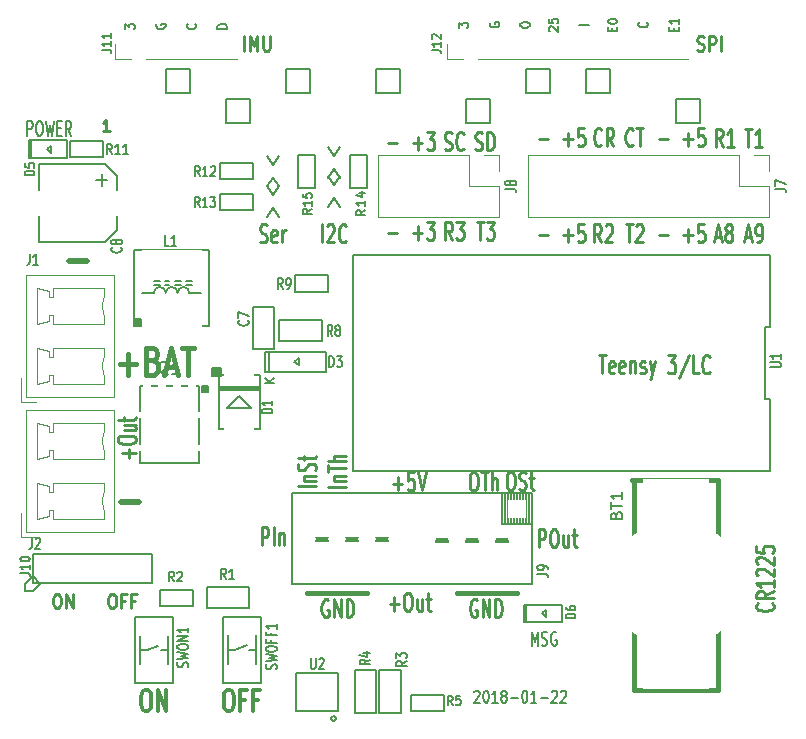
<source format=gto>
G04 #@! TF.FileFunction,Legend,Top*
%FSLAX45Y45*%
G04 Gerber Fmt 4.5, Leading zero omitted, Abs format (unit mm)*
G04 Created by KiCad (PCBNEW 4.0.7-e2-6376~58~ubuntu17.04.1) date Thu Feb 22 21:40:24 2018*
%MOMM*%
%LPD*%
G01*
G04 APERTURE LIST*
%ADD10C,0.100000*%
%ADD11C,0.250000*%
%ADD12C,0.175000*%
%ADD13C,0.200000*%
%ADD14C,0.400000*%
%ADD15C,0.254000*%
%ADD16C,0.444500*%
%ADD17C,0.508000*%
%ADD18C,0.317500*%
%ADD19C,0.120000*%
%ADD20C,0.150000*%
%ADD21C,0.127000*%
%ADD22C,0.500000*%
%ADD23R,1.700000X1.700000*%
%ADD24O,1.700000X1.700000*%
%ADD25C,1.500000*%
%ADD26R,1.501140X0.901700*%
%ADD27R,3.197860X1.597660*%
%ADD28R,2.500000X1.400000*%
%ADD29R,0.848360X1.198880*%
%ADD30R,3.600000X1.800000*%
%ADD31O,3.600000X1.800000*%
%ADD32R,0.600000X1.000000*%
%ADD33R,1.500000X1.500000*%
%ADD34O,1.500000X1.500000*%
%ADD35R,5.100000X2.350000*%
%ADD36R,0.952500X1.551940*%
%ADD37R,1.551940X0.952500*%
%ADD38R,0.802640X1.102360*%
%ADD39R,0.901700X1.303020*%
%ADD40O,1.300000X2.000000*%
%ADD41R,0.899160X0.797560*%
%ADD42R,5.588000X2.540000*%
%ADD43C,11.000000*%
%ADD44R,1.102360X0.802640*%
%ADD45R,1.000760X1.000760*%
%ADD46R,0.400000X0.600000*%
%ADD47R,0.700000X0.550000*%
%ADD48R,0.635000X1.250000*%
%ADD49R,0.650000X1.250000*%
%ADD50R,4.600000X3.900000*%
%ADD51C,1.506220*%
G04 APERTURE END LIST*
D10*
D11*
X13237619Y-5958571D02*
X13251905Y-5964286D01*
X13275714Y-5964286D01*
X13285238Y-5958571D01*
X13290000Y-5952857D01*
X13294762Y-5941429D01*
X13294762Y-5930000D01*
X13290000Y-5918571D01*
X13285238Y-5912857D01*
X13275714Y-5907143D01*
X13256667Y-5901429D01*
X13247143Y-5895714D01*
X13242381Y-5890000D01*
X13237619Y-5878571D01*
X13237619Y-5867143D01*
X13242381Y-5855714D01*
X13247143Y-5850000D01*
X13256667Y-5844286D01*
X13280476Y-5844286D01*
X13294762Y-5850000D01*
X13337619Y-5964286D02*
X13337619Y-5844286D01*
X13375714Y-5844286D01*
X13385238Y-5850000D01*
X13390000Y-5855714D01*
X13394762Y-5867143D01*
X13394762Y-5884286D01*
X13390000Y-5895714D01*
X13385238Y-5901429D01*
X13375714Y-5907143D01*
X13337619Y-5907143D01*
X13437619Y-5964286D02*
X13437619Y-5844286D01*
X9400476Y-5964286D02*
X9400476Y-5844286D01*
X9448095Y-5964286D02*
X9448095Y-5844286D01*
X9481429Y-5930000D01*
X9514762Y-5844286D01*
X9514762Y-5964286D01*
X9562381Y-5844286D02*
X9562381Y-5941429D01*
X9567143Y-5952857D01*
X9571905Y-5958571D01*
X9581429Y-5964286D01*
X9600476Y-5964286D01*
X9610000Y-5958571D01*
X9614762Y-5952857D01*
X9619524Y-5941429D01*
X9619524Y-5844286D01*
X8274762Y-10564286D02*
X8293810Y-10564286D01*
X8303333Y-10570000D01*
X8312857Y-10581429D01*
X8317619Y-10604286D01*
X8317619Y-10644286D01*
X8312857Y-10667143D01*
X8303333Y-10678571D01*
X8293810Y-10684286D01*
X8274762Y-10684286D01*
X8265238Y-10678571D01*
X8255714Y-10667143D01*
X8250952Y-10644286D01*
X8250952Y-10604286D01*
X8255714Y-10581429D01*
X8265238Y-10570000D01*
X8274762Y-10564286D01*
X8393810Y-10621429D02*
X8360476Y-10621429D01*
X8360476Y-10684286D02*
X8360476Y-10564286D01*
X8408095Y-10564286D01*
X8479524Y-10621429D02*
X8446191Y-10621429D01*
X8446191Y-10684286D02*
X8446191Y-10564286D01*
X8493810Y-10564286D01*
X7808095Y-10564286D02*
X7827143Y-10564286D01*
X7836667Y-10570000D01*
X7846190Y-10581429D01*
X7850952Y-10604286D01*
X7850952Y-10644286D01*
X7846190Y-10667143D01*
X7836667Y-10678571D01*
X7827143Y-10684286D01*
X7808095Y-10684286D01*
X7798571Y-10678571D01*
X7789048Y-10667143D01*
X7784286Y-10644286D01*
X7784286Y-10604286D01*
X7789048Y-10581429D01*
X7798571Y-10570000D01*
X7808095Y-10564286D01*
X7893809Y-10684286D02*
X7893809Y-10564286D01*
X7950952Y-10684286D01*
X7950952Y-10564286D01*
D12*
X13038286Y-5795633D02*
X13038286Y-5772300D01*
X13080190Y-5762300D02*
X13080190Y-5795633D01*
X13000190Y-5795633D01*
X13000190Y-5762300D01*
X13080190Y-5695633D02*
X13080190Y-5735633D01*
X13080190Y-5715633D02*
X13000190Y-5715633D01*
X13011619Y-5722300D01*
X13019238Y-5728967D01*
X13023048Y-5735633D01*
X12812571Y-5725633D02*
X12816381Y-5728967D01*
X12820190Y-5738967D01*
X12820190Y-5745633D01*
X12816381Y-5755633D01*
X12808762Y-5762300D01*
X12801143Y-5765633D01*
X12785905Y-5768967D01*
X12774476Y-5768967D01*
X12759238Y-5765633D01*
X12751619Y-5762300D01*
X12744000Y-5755633D01*
X12740190Y-5745633D01*
X12740190Y-5738967D01*
X12744000Y-5728967D01*
X12747809Y-5725633D01*
X12518286Y-5795633D02*
X12518286Y-5772300D01*
X12560190Y-5762300D02*
X12560190Y-5795633D01*
X12480190Y-5795633D01*
X12480190Y-5762300D01*
X12480190Y-5718967D02*
X12480190Y-5712300D01*
X12484000Y-5705633D01*
X12487809Y-5702300D01*
X12495429Y-5698967D01*
X12510667Y-5695633D01*
X12529714Y-5695633D01*
X12544952Y-5698967D01*
X12552571Y-5702300D01*
X12556381Y-5705633D01*
X12560190Y-5712300D01*
X12560190Y-5718967D01*
X12556381Y-5725633D01*
X12552571Y-5728967D01*
X12544952Y-5732300D01*
X12529714Y-5735633D01*
X12510667Y-5735633D01*
X12495429Y-5732300D01*
X12487809Y-5728967D01*
X12484000Y-5725633D01*
X12480190Y-5718967D01*
X12320190Y-5747300D02*
X12240190Y-5747300D01*
X11987809Y-5800633D02*
X11984000Y-5797300D01*
X11980190Y-5790633D01*
X11980190Y-5773967D01*
X11984000Y-5767300D01*
X11987809Y-5763967D01*
X11995429Y-5760633D01*
X12003048Y-5760633D01*
X12014476Y-5763967D01*
X12060190Y-5803967D01*
X12060190Y-5760633D01*
X11980190Y-5697300D02*
X11980190Y-5730633D01*
X12018286Y-5733967D01*
X12014476Y-5730633D01*
X12010667Y-5723967D01*
X12010667Y-5707300D01*
X12014476Y-5700633D01*
X12018286Y-5697300D01*
X12025905Y-5693967D01*
X12044952Y-5693967D01*
X12052571Y-5697300D01*
X12056381Y-5700633D01*
X12060190Y-5707300D01*
X12060190Y-5723967D01*
X12056381Y-5730633D01*
X12052571Y-5733967D01*
X11740190Y-5753967D02*
X11740190Y-5740633D01*
X11744000Y-5733967D01*
X11751619Y-5727300D01*
X11766857Y-5723967D01*
X11793524Y-5723967D01*
X11808762Y-5727300D01*
X11816381Y-5733967D01*
X11820190Y-5740633D01*
X11820190Y-5753967D01*
X11816381Y-5760633D01*
X11808762Y-5767300D01*
X11793524Y-5770633D01*
X11766857Y-5770633D01*
X11751619Y-5767300D01*
X11744000Y-5760633D01*
X11740190Y-5753967D01*
X11484000Y-5728967D02*
X11480190Y-5735633D01*
X11480190Y-5745633D01*
X11484000Y-5755633D01*
X11491619Y-5762300D01*
X11499238Y-5765633D01*
X11514476Y-5768967D01*
X11525905Y-5768967D01*
X11541143Y-5765633D01*
X11548762Y-5762300D01*
X11556381Y-5755633D01*
X11560190Y-5745633D01*
X11560190Y-5738967D01*
X11556381Y-5728967D01*
X11552571Y-5725633D01*
X11525905Y-5725633D01*
X11525905Y-5738967D01*
X11220190Y-5770633D02*
X11220190Y-5727300D01*
X11250667Y-5750633D01*
X11250667Y-5740633D01*
X11254476Y-5733967D01*
X11258286Y-5730633D01*
X11265905Y-5727300D01*
X11284952Y-5727300D01*
X11292571Y-5730633D01*
X11296381Y-5733967D01*
X11300190Y-5740633D01*
X11300190Y-5760633D01*
X11296381Y-5767300D01*
X11292571Y-5770633D01*
X9256191Y-5778333D02*
X9176191Y-5778333D01*
X9176191Y-5761667D01*
X9180000Y-5751667D01*
X9187619Y-5745000D01*
X9195238Y-5741667D01*
X9210476Y-5738333D01*
X9221905Y-5738333D01*
X9237143Y-5741667D01*
X9244762Y-5745000D01*
X9252381Y-5751667D01*
X9256191Y-5761667D01*
X9256191Y-5778333D01*
X8988571Y-5738333D02*
X8992381Y-5741667D01*
X8996191Y-5751667D01*
X8996191Y-5758333D01*
X8992381Y-5768333D01*
X8984762Y-5775000D01*
X8977143Y-5778333D01*
X8961905Y-5781667D01*
X8950476Y-5781667D01*
X8935238Y-5778333D01*
X8927619Y-5775000D01*
X8920000Y-5768333D01*
X8916191Y-5758333D01*
X8916191Y-5751667D01*
X8920000Y-5741667D01*
X8923810Y-5738333D01*
X8660000Y-5741667D02*
X8656191Y-5748333D01*
X8656191Y-5758333D01*
X8660000Y-5768333D01*
X8667619Y-5775000D01*
X8675238Y-5778333D01*
X8690476Y-5781667D01*
X8701905Y-5781667D01*
X8717143Y-5778333D01*
X8724762Y-5775000D01*
X8732381Y-5768333D01*
X8736191Y-5758333D01*
X8736191Y-5751667D01*
X8732381Y-5741667D01*
X8728571Y-5738333D01*
X8701905Y-5738333D01*
X8701905Y-5751667D01*
X8396191Y-5783333D02*
X8396191Y-5740000D01*
X8426667Y-5763333D01*
X8426667Y-5753333D01*
X8430476Y-5746667D01*
X8434286Y-5743333D01*
X8441905Y-5740000D01*
X8460952Y-5740000D01*
X8468571Y-5743333D01*
X8472381Y-5746667D01*
X8476191Y-5753333D01*
X8476191Y-5773333D01*
X8472381Y-5780000D01*
X8468571Y-5783333D01*
D13*
X7565238Y-6684286D02*
X7565238Y-6564286D01*
X7595714Y-6564286D01*
X7603333Y-6570000D01*
X7607143Y-6575714D01*
X7610952Y-6587143D01*
X7610952Y-6604286D01*
X7607143Y-6615714D01*
X7603333Y-6621429D01*
X7595714Y-6627143D01*
X7565238Y-6627143D01*
X7660476Y-6564286D02*
X7675714Y-6564286D01*
X7683333Y-6570000D01*
X7690952Y-6581429D01*
X7694762Y-6604286D01*
X7694762Y-6644286D01*
X7690952Y-6667143D01*
X7683333Y-6678571D01*
X7675714Y-6684286D01*
X7660476Y-6684286D01*
X7652857Y-6678571D01*
X7645238Y-6667143D01*
X7641429Y-6644286D01*
X7641429Y-6604286D01*
X7645238Y-6581429D01*
X7652857Y-6570000D01*
X7660476Y-6564286D01*
X7721429Y-6564286D02*
X7740476Y-6684286D01*
X7755714Y-6598571D01*
X7770952Y-6684286D01*
X7790000Y-6564286D01*
X7820476Y-6621429D02*
X7847143Y-6621429D01*
X7858571Y-6684286D02*
X7820476Y-6684286D01*
X7820476Y-6564286D01*
X7858571Y-6564286D01*
X7938571Y-6684286D02*
X7911905Y-6627143D01*
X7892857Y-6684286D02*
X7892857Y-6564286D01*
X7923333Y-6564286D01*
X7930952Y-6570000D01*
X7934762Y-6575714D01*
X7938571Y-6587143D01*
X7938571Y-6604286D01*
X7934762Y-6615714D01*
X7930952Y-6621429D01*
X7923333Y-6627143D01*
X7892857Y-6627143D01*
X11835238Y-11004286D02*
X11835238Y-10884286D01*
X11861905Y-10970000D01*
X11888571Y-10884286D01*
X11888571Y-11004286D01*
X11922857Y-10998571D02*
X11934286Y-11004286D01*
X11953333Y-11004286D01*
X11960952Y-10998571D01*
X11964762Y-10992857D01*
X11968571Y-10981429D01*
X11968571Y-10970000D01*
X11964762Y-10958571D01*
X11960952Y-10952857D01*
X11953333Y-10947143D01*
X11938095Y-10941429D01*
X11930476Y-10935714D01*
X11926667Y-10930000D01*
X11922857Y-10918571D01*
X11922857Y-10907143D01*
X11926667Y-10895714D01*
X11930476Y-10890000D01*
X11938095Y-10884286D01*
X11957143Y-10884286D01*
X11968571Y-10890000D01*
X12044762Y-10890000D02*
X12037143Y-10884286D01*
X12025714Y-10884286D01*
X12014286Y-10890000D01*
X12006667Y-10901429D01*
X12002857Y-10912857D01*
X11999048Y-10935714D01*
X11999048Y-10952857D01*
X12002857Y-10975714D01*
X12006667Y-10987143D01*
X12014286Y-10998571D01*
X12025714Y-11004286D01*
X12033333Y-11004286D01*
X12044762Y-10998571D01*
X12048571Y-10992857D01*
X12048571Y-10952857D01*
X12033333Y-10952857D01*
X11351428Y-11394762D02*
X11355238Y-11390000D01*
X11362857Y-11385238D01*
X11381905Y-11385238D01*
X11389524Y-11390000D01*
X11393333Y-11394762D01*
X11397143Y-11404286D01*
X11397143Y-11413809D01*
X11393333Y-11428095D01*
X11347619Y-11485238D01*
X11397143Y-11485238D01*
X11446667Y-11385238D02*
X11454286Y-11385238D01*
X11461905Y-11390000D01*
X11465714Y-11394762D01*
X11469524Y-11404286D01*
X11473333Y-11423333D01*
X11473333Y-11447143D01*
X11469524Y-11466190D01*
X11465714Y-11475714D01*
X11461905Y-11480476D01*
X11454286Y-11485238D01*
X11446667Y-11485238D01*
X11439048Y-11480476D01*
X11435238Y-11475714D01*
X11431428Y-11466190D01*
X11427619Y-11447143D01*
X11427619Y-11423333D01*
X11431428Y-11404286D01*
X11435238Y-11394762D01*
X11439048Y-11390000D01*
X11446667Y-11385238D01*
X11549524Y-11485238D02*
X11503809Y-11485238D01*
X11526667Y-11485238D02*
X11526667Y-11385238D01*
X11519048Y-11399524D01*
X11511428Y-11409048D01*
X11503809Y-11413809D01*
X11595238Y-11428095D02*
X11587619Y-11423333D01*
X11583809Y-11418571D01*
X11580000Y-11409048D01*
X11580000Y-11404286D01*
X11583809Y-11394762D01*
X11587619Y-11390000D01*
X11595238Y-11385238D01*
X11610476Y-11385238D01*
X11618095Y-11390000D01*
X11621905Y-11394762D01*
X11625714Y-11404286D01*
X11625714Y-11409048D01*
X11621905Y-11418571D01*
X11618095Y-11423333D01*
X11610476Y-11428095D01*
X11595238Y-11428095D01*
X11587619Y-11432857D01*
X11583809Y-11437619D01*
X11580000Y-11447143D01*
X11580000Y-11466190D01*
X11583809Y-11475714D01*
X11587619Y-11480476D01*
X11595238Y-11485238D01*
X11610476Y-11485238D01*
X11618095Y-11480476D01*
X11621905Y-11475714D01*
X11625714Y-11466190D01*
X11625714Y-11447143D01*
X11621905Y-11437619D01*
X11618095Y-11432857D01*
X11610476Y-11428095D01*
X11660000Y-11447143D02*
X11720952Y-11447143D01*
X11774286Y-11385238D02*
X11781905Y-11385238D01*
X11789524Y-11390000D01*
X11793333Y-11394762D01*
X11797143Y-11404286D01*
X11800952Y-11423333D01*
X11800952Y-11447143D01*
X11797143Y-11466190D01*
X11793333Y-11475714D01*
X11789524Y-11480476D01*
X11781905Y-11485238D01*
X11774286Y-11485238D01*
X11766667Y-11480476D01*
X11762857Y-11475714D01*
X11759048Y-11466190D01*
X11755238Y-11447143D01*
X11755238Y-11423333D01*
X11759048Y-11404286D01*
X11762857Y-11394762D01*
X11766667Y-11390000D01*
X11774286Y-11385238D01*
X11877143Y-11485238D02*
X11831429Y-11485238D01*
X11854286Y-11485238D02*
X11854286Y-11385238D01*
X11846667Y-11399524D01*
X11839048Y-11409048D01*
X11831429Y-11413809D01*
X11911429Y-11447143D02*
X11972381Y-11447143D01*
X12006667Y-11394762D02*
X12010476Y-11390000D01*
X12018095Y-11385238D01*
X12037143Y-11385238D01*
X12044762Y-11390000D01*
X12048571Y-11394762D01*
X12052381Y-11404286D01*
X12052381Y-11413809D01*
X12048571Y-11428095D01*
X12002857Y-11485238D01*
X12052381Y-11485238D01*
X12082857Y-11394762D02*
X12086667Y-11390000D01*
X12094286Y-11385238D01*
X12113333Y-11385238D01*
X12120952Y-11390000D01*
X12124762Y-11394762D01*
X12128571Y-11404286D01*
X12128571Y-11413809D01*
X12124762Y-11428095D01*
X12079048Y-11485238D01*
X12128571Y-11485238D01*
D14*
X12706350Y-11379200D02*
X12706350Y-9607550D01*
X13417550Y-11379200D02*
X12706350Y-11379200D01*
X13417550Y-9601200D02*
X13417550Y-11379200D01*
X12687300Y-9601200D02*
X13417550Y-9601200D01*
D15*
X12403667Y-8546193D02*
X12461724Y-8546193D01*
X12432695Y-8698593D02*
X12432695Y-8546193D01*
X12534295Y-8691336D02*
X12524619Y-8698593D01*
X12505267Y-8698593D01*
X12495591Y-8691336D01*
X12490752Y-8676821D01*
X12490752Y-8618764D01*
X12495591Y-8604250D01*
X12505267Y-8596993D01*
X12524619Y-8596993D01*
X12534295Y-8604250D01*
X12539133Y-8618764D01*
X12539133Y-8633279D01*
X12490752Y-8647793D01*
X12621381Y-8691336D02*
X12611705Y-8698593D01*
X12592352Y-8698593D01*
X12582676Y-8691336D01*
X12577838Y-8676821D01*
X12577838Y-8618764D01*
X12582676Y-8604250D01*
X12592352Y-8596993D01*
X12611705Y-8596993D01*
X12621381Y-8604250D01*
X12626219Y-8618764D01*
X12626219Y-8633279D01*
X12577838Y-8647793D01*
X12669762Y-8596993D02*
X12669762Y-8698593D01*
X12669762Y-8611507D02*
X12674600Y-8604250D01*
X12684276Y-8596993D01*
X12698790Y-8596993D01*
X12708467Y-8604250D01*
X12713305Y-8618764D01*
X12713305Y-8698593D01*
X12756848Y-8691336D02*
X12766524Y-8698593D01*
X12785876Y-8698593D01*
X12795552Y-8691336D01*
X12800390Y-8676821D01*
X12800390Y-8669564D01*
X12795552Y-8655050D01*
X12785876Y-8647793D01*
X12771362Y-8647793D01*
X12761686Y-8640536D01*
X12756848Y-8626021D01*
X12756848Y-8618764D01*
X12761686Y-8604250D01*
X12771362Y-8596993D01*
X12785876Y-8596993D01*
X12795552Y-8604250D01*
X12834257Y-8596993D02*
X12858448Y-8698593D01*
X12882638Y-8596993D02*
X12858448Y-8698593D01*
X12848771Y-8734879D01*
X12843933Y-8742136D01*
X12834257Y-8749393D01*
X12989076Y-8546193D02*
X13051971Y-8546193D01*
X13018105Y-8604250D01*
X13032619Y-8604250D01*
X13042295Y-8611507D01*
X13047133Y-8618764D01*
X13051971Y-8633279D01*
X13051971Y-8669564D01*
X13047133Y-8684079D01*
X13042295Y-8691336D01*
X13032619Y-8698593D01*
X13003590Y-8698593D01*
X12993914Y-8691336D01*
X12989076Y-8684079D01*
X13168086Y-8538936D02*
X13081000Y-8734879D01*
X13250333Y-8698593D02*
X13201952Y-8698593D01*
X13201952Y-8546193D01*
X13342257Y-8684079D02*
X13337419Y-8691336D01*
X13322905Y-8698593D01*
X13313228Y-8698593D01*
X13298714Y-8691336D01*
X13289038Y-8676821D01*
X13284200Y-8662307D01*
X13279362Y-8633279D01*
X13279362Y-8611507D01*
X13284200Y-8582479D01*
X13289038Y-8567964D01*
X13298714Y-8553450D01*
X13313228Y-8546193D01*
X13322905Y-8546193D01*
X13337419Y-8553450D01*
X13342257Y-8560707D01*
X8424636Y-9412514D02*
X8424636Y-9335105D01*
X8482693Y-9373810D02*
X8366579Y-9373810D01*
X8330293Y-9267371D02*
X8330293Y-9248019D01*
X8337550Y-9238343D01*
X8352064Y-9228667D01*
X8381093Y-9223829D01*
X8431893Y-9223829D01*
X8460921Y-9228667D01*
X8475436Y-9238343D01*
X8482693Y-9248019D01*
X8482693Y-9267371D01*
X8475436Y-9277048D01*
X8460921Y-9286724D01*
X8431893Y-9291562D01*
X8381093Y-9291562D01*
X8352064Y-9286724D01*
X8337550Y-9277048D01*
X8330293Y-9267371D01*
X8381093Y-9136743D02*
X8482693Y-9136743D01*
X8381093Y-9180286D02*
X8460921Y-9180286D01*
X8475436Y-9175448D01*
X8482693Y-9165771D01*
X8482693Y-9151257D01*
X8475436Y-9141581D01*
X8468179Y-9136743D01*
X8381093Y-9102876D02*
X8381093Y-9064171D01*
X8330293Y-9088362D02*
X8460921Y-9088362D01*
X8475436Y-9083524D01*
X8482693Y-9073848D01*
X8482693Y-9064171D01*
D16*
X8354483Y-8620579D02*
X8489950Y-8620579D01*
X8422217Y-8707664D02*
X8422217Y-8533493D01*
X8633883Y-8587921D02*
X8659283Y-8598807D01*
X8667750Y-8609693D01*
X8676217Y-8631464D01*
X8676217Y-8664121D01*
X8667750Y-8685893D01*
X8659283Y-8696779D01*
X8642350Y-8707664D01*
X8574617Y-8707664D01*
X8574617Y-8479064D01*
X8633883Y-8479064D01*
X8650817Y-8489950D01*
X8659283Y-8500836D01*
X8667750Y-8522607D01*
X8667750Y-8544379D01*
X8659283Y-8566150D01*
X8650817Y-8577036D01*
X8633883Y-8587921D01*
X8574617Y-8587921D01*
X8743950Y-8642350D02*
X8828617Y-8642350D01*
X8727017Y-8707664D02*
X8786283Y-8479064D01*
X8845550Y-8707664D01*
X8879417Y-8479064D02*
X8981017Y-8479064D01*
X8930217Y-8707664D02*
X8930217Y-8479064D01*
D17*
X7917240Y-7746093D02*
X8072059Y-7746093D01*
X8355390Y-9784443D02*
X8510210Y-9784443D01*
D15*
X11895181Y-10168943D02*
X11895181Y-10016543D01*
X11933886Y-10016543D01*
X11943562Y-10023800D01*
X11948400Y-10031057D01*
X11953238Y-10045571D01*
X11953238Y-10067343D01*
X11948400Y-10081857D01*
X11943562Y-10089114D01*
X11933886Y-10096371D01*
X11895181Y-10096371D01*
X12016133Y-10016543D02*
X12035486Y-10016543D01*
X12045162Y-10023800D01*
X12054838Y-10038314D01*
X12059676Y-10067343D01*
X12059676Y-10118143D01*
X12054838Y-10147171D01*
X12045162Y-10161686D01*
X12035486Y-10168943D01*
X12016133Y-10168943D01*
X12006457Y-10161686D01*
X11996781Y-10147171D01*
X11991943Y-10118143D01*
X11991943Y-10067343D01*
X11996781Y-10038314D01*
X12006457Y-10023800D01*
X12016133Y-10016543D01*
X12146762Y-10067343D02*
X12146762Y-10168943D01*
X12103219Y-10067343D02*
X12103219Y-10147171D01*
X12108057Y-10161686D01*
X12117733Y-10168943D01*
X12132248Y-10168943D01*
X12141924Y-10161686D01*
X12146762Y-10154429D01*
X12180629Y-10067343D02*
X12219333Y-10067343D01*
X12195143Y-10016543D02*
X12195143Y-10147171D01*
X12199981Y-10161686D01*
X12209657Y-10168943D01*
X12219333Y-10168943D01*
X9548888Y-10152743D02*
X9548888Y-10000343D01*
X9587593Y-10000343D01*
X9597269Y-10007600D01*
X9602107Y-10014857D01*
X9606945Y-10029371D01*
X9606945Y-10051143D01*
X9602107Y-10065657D01*
X9597269Y-10072914D01*
X9587593Y-10080171D01*
X9548888Y-10080171D01*
X9650488Y-10152743D02*
X9650488Y-10000343D01*
X9698869Y-10051143D02*
X9698869Y-10152743D01*
X9698869Y-10065657D02*
X9703707Y-10058400D01*
X9713383Y-10051143D01*
X9727898Y-10051143D01*
X9737574Y-10058400D01*
X9742412Y-10072914D01*
X9742412Y-10152743D01*
D14*
X11207750Y-10553700D02*
X11715750Y-10553700D01*
X9931400Y-10553700D02*
X10445750Y-10553700D01*
D15*
X11371640Y-10617200D02*
X11361964Y-10609943D01*
X11347450Y-10609943D01*
X11332936Y-10617200D01*
X11323260Y-10631714D01*
X11318421Y-10646229D01*
X11313583Y-10675257D01*
X11313583Y-10697029D01*
X11318421Y-10726057D01*
X11323260Y-10740571D01*
X11332936Y-10755086D01*
X11347450Y-10762343D01*
X11357126Y-10762343D01*
X11371640Y-10755086D01*
X11376479Y-10747829D01*
X11376479Y-10697029D01*
X11357126Y-10697029D01*
X11420021Y-10762343D02*
X11420021Y-10609943D01*
X11478079Y-10762343D01*
X11478079Y-10609943D01*
X11526460Y-10762343D02*
X11526460Y-10609943D01*
X11550650Y-10609943D01*
X11565164Y-10617200D01*
X11574840Y-10631714D01*
X11579679Y-10646229D01*
X11584517Y-10675257D01*
X11584517Y-10697029D01*
X11579679Y-10726057D01*
X11574840Y-10740571D01*
X11565164Y-10755086D01*
X11550650Y-10762343D01*
X11526460Y-10762343D01*
X10114341Y-10617200D02*
X10104664Y-10609943D01*
X10090150Y-10609943D01*
X10075636Y-10617200D01*
X10065960Y-10631714D01*
X10061122Y-10646229D01*
X10056283Y-10675257D01*
X10056283Y-10697029D01*
X10061122Y-10726057D01*
X10065960Y-10740571D01*
X10075636Y-10755086D01*
X10090150Y-10762343D01*
X10099826Y-10762343D01*
X10114341Y-10755086D01*
X10119179Y-10747829D01*
X10119179Y-10697029D01*
X10099826Y-10697029D01*
X10162722Y-10762343D02*
X10162722Y-10609943D01*
X10220779Y-10762343D01*
X10220779Y-10609943D01*
X10269160Y-10762343D02*
X10269160Y-10609943D01*
X10293350Y-10609943D01*
X10307864Y-10617200D01*
X10317541Y-10631714D01*
X10322379Y-10646229D01*
X10327217Y-10675257D01*
X10327217Y-10697029D01*
X10322379Y-10726057D01*
X10317541Y-10740571D01*
X10307864Y-10755086D01*
X10293350Y-10762343D01*
X10269160Y-10762343D01*
D14*
X9925050Y-10096500D02*
X10706100Y-10096500D01*
X11715750Y-10109200D02*
X11715750Y-10102850D01*
X10953750Y-10109200D02*
X11715750Y-10109200D01*
D15*
X10633086Y-10650886D02*
X10710495Y-10650886D01*
X10671791Y-10708943D02*
X10671791Y-10592829D01*
X10778229Y-10556543D02*
X10797581Y-10556543D01*
X10807257Y-10563800D01*
X10816933Y-10578314D01*
X10821772Y-10607343D01*
X10821772Y-10658143D01*
X10816933Y-10687171D01*
X10807257Y-10701686D01*
X10797581Y-10708943D01*
X10778229Y-10708943D01*
X10768553Y-10701686D01*
X10758876Y-10687171D01*
X10754038Y-10658143D01*
X10754038Y-10607343D01*
X10758876Y-10578314D01*
X10768553Y-10563800D01*
X10778229Y-10556543D01*
X10908857Y-10607343D02*
X10908857Y-10708943D01*
X10865314Y-10607343D02*
X10865314Y-10687171D01*
X10870153Y-10701686D01*
X10879829Y-10708943D01*
X10894343Y-10708943D01*
X10904019Y-10701686D01*
X10908857Y-10694429D01*
X10942724Y-10607343D02*
X10981429Y-10607343D01*
X10957238Y-10556543D02*
X10957238Y-10687171D01*
X10962076Y-10701686D01*
X10971753Y-10708943D01*
X10981429Y-10708943D01*
X11335657Y-9536793D02*
X11355009Y-9536793D01*
X11364686Y-9544050D01*
X11374362Y-9558564D01*
X11379200Y-9587593D01*
X11379200Y-9638393D01*
X11374362Y-9667421D01*
X11364686Y-9681936D01*
X11355009Y-9689193D01*
X11335657Y-9689193D01*
X11325981Y-9681936D01*
X11316305Y-9667421D01*
X11311467Y-9638393D01*
X11311467Y-9587593D01*
X11316305Y-9558564D01*
X11325981Y-9544050D01*
X11335657Y-9536793D01*
X11408229Y-9536793D02*
X11466286Y-9536793D01*
X11437257Y-9689193D02*
X11437257Y-9536793D01*
X11500152Y-9689193D02*
X11500152Y-9536793D01*
X11543695Y-9689193D02*
X11543695Y-9609364D01*
X11538857Y-9594850D01*
X11529181Y-9587593D01*
X11514667Y-9587593D01*
X11504990Y-9594850D01*
X11500152Y-9602107D01*
X11647714Y-9530443D02*
X11667067Y-9530443D01*
X11676743Y-9537700D01*
X11686419Y-9552214D01*
X11691257Y-9581243D01*
X11691257Y-9632043D01*
X11686419Y-9661071D01*
X11676743Y-9675586D01*
X11667067Y-9682843D01*
X11647714Y-9682843D01*
X11638038Y-9675586D01*
X11628362Y-9661071D01*
X11623524Y-9632043D01*
X11623524Y-9581243D01*
X11628362Y-9552214D01*
X11638038Y-9537700D01*
X11647714Y-9530443D01*
X11729962Y-9675586D02*
X11744476Y-9682843D01*
X11768667Y-9682843D01*
X11778343Y-9675586D01*
X11783181Y-9668329D01*
X11788019Y-9653814D01*
X11788019Y-9639300D01*
X11783181Y-9624786D01*
X11778343Y-9617529D01*
X11768667Y-9610271D01*
X11749314Y-9603014D01*
X11739638Y-9595757D01*
X11734800Y-9588500D01*
X11729962Y-9573986D01*
X11729962Y-9559471D01*
X11734800Y-9544957D01*
X11739638Y-9537700D01*
X11749314Y-9530443D01*
X11773505Y-9530443D01*
X11788019Y-9537700D01*
X11817048Y-9581243D02*
X11855752Y-9581243D01*
X11831562Y-9530443D02*
X11831562Y-9661071D01*
X11836400Y-9675586D01*
X11846076Y-9682843D01*
X11855752Y-9682843D01*
X10664372Y-9631136D02*
X10741781Y-9631136D01*
X10703076Y-9689193D02*
X10703076Y-9573079D01*
X10838543Y-9536793D02*
X10790162Y-9536793D01*
X10785324Y-9609364D01*
X10790162Y-9602107D01*
X10799838Y-9594850D01*
X10824029Y-9594850D01*
X10833705Y-9602107D01*
X10838543Y-9609364D01*
X10843381Y-9623879D01*
X10843381Y-9660164D01*
X10838543Y-9674679D01*
X10833705Y-9681936D01*
X10824029Y-9689193D01*
X10799838Y-9689193D01*
X10790162Y-9681936D01*
X10785324Y-9674679D01*
X10872410Y-9536793D02*
X10906276Y-9689193D01*
X10940143Y-9536793D01*
X10260693Y-9655629D02*
X10108293Y-9655629D01*
X10159093Y-9607248D02*
X10260693Y-9607248D01*
X10173607Y-9607248D02*
X10166350Y-9602409D01*
X10159093Y-9592733D01*
X10159093Y-9578219D01*
X10166350Y-9568543D01*
X10180864Y-9563705D01*
X10260693Y-9563705D01*
X10108293Y-9529838D02*
X10108293Y-9471781D01*
X10260693Y-9500809D02*
X10108293Y-9500809D01*
X10260693Y-9437914D02*
X10108293Y-9437914D01*
X10260693Y-9394371D02*
X10180864Y-9394371D01*
X10166350Y-9399210D01*
X10159093Y-9408886D01*
X10159093Y-9423400D01*
X10166350Y-9433076D01*
X10173607Y-9437914D01*
X10006693Y-9654721D02*
X9854293Y-9654721D01*
X9905093Y-9606340D02*
X10006693Y-9606340D01*
X9919607Y-9606340D02*
X9912350Y-9601502D01*
X9905093Y-9591826D01*
X9905093Y-9577312D01*
X9912350Y-9567636D01*
X9926864Y-9562798D01*
X10006693Y-9562798D01*
X9999436Y-9519255D02*
X10006693Y-9504740D01*
X10006693Y-9480550D01*
X9999436Y-9470874D01*
X9992179Y-9466036D01*
X9977664Y-9461198D01*
X9963150Y-9461198D01*
X9948636Y-9466036D01*
X9941379Y-9470874D01*
X9934121Y-9480550D01*
X9926864Y-9499902D01*
X9919607Y-9509579D01*
X9912350Y-9514417D01*
X9897836Y-9519255D01*
X9883321Y-9519255D01*
X9868807Y-9514417D01*
X9861550Y-9509579D01*
X9854293Y-9499902D01*
X9854293Y-9475712D01*
X9861550Y-9461198D01*
X9905093Y-9432169D02*
X9905093Y-9393464D01*
X9854293Y-9417655D02*
X9984921Y-9417655D01*
X9999436Y-9412817D01*
X10006693Y-9403140D01*
X10006693Y-9393464D01*
X13872029Y-10645926D02*
X13879286Y-10650764D01*
X13886543Y-10665279D01*
X13886543Y-10674955D01*
X13879286Y-10689469D01*
X13864771Y-10699145D01*
X13850257Y-10703983D01*
X13821229Y-10708821D01*
X13799457Y-10708821D01*
X13770429Y-10703983D01*
X13755914Y-10699145D01*
X13741400Y-10689469D01*
X13734143Y-10674955D01*
X13734143Y-10665279D01*
X13741400Y-10650764D01*
X13748657Y-10645926D01*
X13886543Y-10544326D02*
X13813971Y-10578193D01*
X13886543Y-10602383D02*
X13734143Y-10602383D01*
X13734143Y-10563679D01*
X13741400Y-10554002D01*
X13748657Y-10549164D01*
X13763171Y-10544326D01*
X13784943Y-10544326D01*
X13799457Y-10549164D01*
X13806714Y-10554002D01*
X13813971Y-10563679D01*
X13813971Y-10602383D01*
X13886543Y-10447564D02*
X13886543Y-10505621D01*
X13886543Y-10476593D02*
X13734143Y-10476593D01*
X13755914Y-10486269D01*
X13770429Y-10495945D01*
X13777686Y-10505621D01*
X13748657Y-10408860D02*
X13741400Y-10404021D01*
X13734143Y-10394345D01*
X13734143Y-10370155D01*
X13741400Y-10360479D01*
X13748657Y-10355641D01*
X13763171Y-10350802D01*
X13777686Y-10350802D01*
X13799457Y-10355641D01*
X13886543Y-10413698D01*
X13886543Y-10350802D01*
X13748657Y-10312098D02*
X13741400Y-10307260D01*
X13734143Y-10297583D01*
X13734143Y-10273393D01*
X13741400Y-10263717D01*
X13748657Y-10258879D01*
X13763171Y-10254041D01*
X13777686Y-10254041D01*
X13799457Y-10258879D01*
X13886543Y-10316936D01*
X13886543Y-10254041D01*
X13734143Y-10162117D02*
X13734143Y-10210498D01*
X13806714Y-10215336D01*
X13799457Y-10210498D01*
X13792200Y-10200821D01*
X13792200Y-10176631D01*
X13799457Y-10166955D01*
X13806714Y-10162117D01*
X13821229Y-10157279D01*
X13857514Y-10157279D01*
X13872029Y-10162117D01*
X13879286Y-10166955D01*
X13886543Y-10176631D01*
X13886543Y-10200821D01*
X13879286Y-10210498D01*
X13872029Y-10215336D01*
X13120914Y-6716486D02*
X13198324Y-6716486D01*
X13159619Y-6774543D02*
X13159619Y-6658429D01*
X13295086Y-6622143D02*
X13246705Y-6622143D01*
X13241867Y-6694714D01*
X13246705Y-6687457D01*
X13256381Y-6680200D01*
X13280571Y-6680200D01*
X13290248Y-6687457D01*
X13295086Y-6694714D01*
X13299924Y-6709229D01*
X13299924Y-6745514D01*
X13295086Y-6760029D01*
X13290248Y-6767286D01*
X13280571Y-6774543D01*
X13256381Y-6774543D01*
X13246705Y-6767286D01*
X13241867Y-6760029D01*
X13642590Y-6626543D02*
X13700648Y-6626543D01*
X13671619Y-6778943D02*
X13671619Y-6626543D01*
X13787733Y-6778943D02*
X13729676Y-6778943D01*
X13758705Y-6778943D02*
X13758705Y-6626543D01*
X13749029Y-6648314D01*
X13739352Y-6662829D01*
X13729676Y-6670086D01*
X13453067Y-6778943D02*
X13419200Y-6706371D01*
X13395010Y-6778943D02*
X13395010Y-6626543D01*
X13433714Y-6626543D01*
X13443390Y-6633800D01*
X13448229Y-6641057D01*
X13453067Y-6655571D01*
X13453067Y-6677343D01*
X13448229Y-6691857D01*
X13443390Y-6699114D01*
X13433714Y-6706371D01*
X13395010Y-6706371D01*
X13549829Y-6778943D02*
X13491771Y-6778943D01*
X13520800Y-6778943D02*
X13520800Y-6626543D01*
X13511124Y-6648314D01*
X13501448Y-6662829D01*
X13491771Y-6670086D01*
X13643429Y-7543800D02*
X13691809Y-7543800D01*
X13633752Y-7587343D02*
X13667619Y-7434943D01*
X13701486Y-7587343D01*
X13740190Y-7587343D02*
X13759543Y-7587343D01*
X13769219Y-7580086D01*
X13774057Y-7572829D01*
X13783733Y-7551057D01*
X13788571Y-7522029D01*
X13788571Y-7463971D01*
X13783733Y-7449457D01*
X13778895Y-7442200D01*
X13769219Y-7434943D01*
X13749867Y-7434943D01*
X13740190Y-7442200D01*
X13735352Y-7449457D01*
X13730514Y-7463971D01*
X13730514Y-7500257D01*
X13735352Y-7514771D01*
X13740190Y-7522029D01*
X13749867Y-7529286D01*
X13769219Y-7529286D01*
X13778895Y-7522029D01*
X13783733Y-7514771D01*
X13788571Y-7500257D01*
X13389429Y-7543800D02*
X13437809Y-7543800D01*
X13379752Y-7587343D02*
X13413619Y-7434943D01*
X13447486Y-7587343D01*
X13495867Y-7500257D02*
X13486190Y-7493000D01*
X13481352Y-7485743D01*
X13476514Y-7471229D01*
X13476514Y-7463971D01*
X13481352Y-7449457D01*
X13486190Y-7442200D01*
X13495867Y-7434943D01*
X13515219Y-7434943D01*
X13524895Y-7442200D01*
X13529733Y-7449457D01*
X13534571Y-7463971D01*
X13534571Y-7471229D01*
X13529733Y-7485743D01*
X13524895Y-7493000D01*
X13515219Y-7500257D01*
X13495867Y-7500257D01*
X13486190Y-7507514D01*
X13481352Y-7514771D01*
X13476514Y-7529286D01*
X13476514Y-7558314D01*
X13481352Y-7572829D01*
X13486190Y-7580086D01*
X13495867Y-7587343D01*
X13515219Y-7587343D01*
X13524895Y-7580086D01*
X13529733Y-7572829D01*
X13534571Y-7558314D01*
X13534571Y-7529286D01*
X13529733Y-7514771D01*
X13524895Y-7507514D01*
X13515219Y-7500257D01*
X13120914Y-7529286D02*
X13198324Y-7529286D01*
X13159619Y-7587343D02*
X13159619Y-7471229D01*
X13295086Y-7434943D02*
X13246705Y-7434943D01*
X13241867Y-7507514D01*
X13246705Y-7500257D01*
X13256381Y-7493000D01*
X13280571Y-7493000D01*
X13290248Y-7500257D01*
X13295086Y-7507514D01*
X13299924Y-7522029D01*
X13299924Y-7558314D01*
X13295086Y-7572829D01*
X13290248Y-7580086D01*
X13280571Y-7587343D01*
X13256381Y-7587343D01*
X13246705Y-7580086D01*
X13241867Y-7572829D01*
X12915295Y-7529286D02*
X12992705Y-7529286D01*
X12915295Y-6716486D02*
X12992705Y-6716486D01*
X12692743Y-6760029D02*
X12687905Y-6767286D01*
X12673390Y-6774543D01*
X12663714Y-6774543D01*
X12649200Y-6767286D01*
X12639524Y-6752771D01*
X12634686Y-6738257D01*
X12629848Y-6709229D01*
X12629848Y-6687457D01*
X12634686Y-6658429D01*
X12639524Y-6643914D01*
X12649200Y-6629400D01*
X12663714Y-6622143D01*
X12673390Y-6622143D01*
X12687905Y-6629400D01*
X12692743Y-6636657D01*
X12721771Y-6622143D02*
X12779829Y-6622143D01*
X12750800Y-6774543D02*
X12750800Y-6622143D01*
X12426648Y-6760029D02*
X12421809Y-6767286D01*
X12407295Y-6774543D01*
X12397619Y-6774543D01*
X12383105Y-6767286D01*
X12373429Y-6752771D01*
X12368590Y-6738257D01*
X12363752Y-6709229D01*
X12363752Y-6687457D01*
X12368590Y-6658429D01*
X12373429Y-6643914D01*
X12383105Y-6629400D01*
X12397619Y-6622143D01*
X12407295Y-6622143D01*
X12421809Y-6629400D01*
X12426648Y-6636657D01*
X12528248Y-6774543D02*
X12494381Y-6701971D01*
X12470190Y-6774543D02*
X12470190Y-6622143D01*
X12508895Y-6622143D01*
X12518571Y-6629400D01*
X12523409Y-6636657D01*
X12528248Y-6651171D01*
X12528248Y-6672943D01*
X12523409Y-6687457D01*
X12518571Y-6694714D01*
X12508895Y-6701971D01*
X12470190Y-6701971D01*
X12423067Y-7588943D02*
X12389200Y-7516371D01*
X12365010Y-7588943D02*
X12365010Y-7436543D01*
X12403714Y-7436543D01*
X12413390Y-7443800D01*
X12418229Y-7451057D01*
X12423067Y-7465571D01*
X12423067Y-7487343D01*
X12418229Y-7501857D01*
X12413390Y-7509114D01*
X12403714Y-7516371D01*
X12365010Y-7516371D01*
X12461771Y-7451057D02*
X12466610Y-7443800D01*
X12476286Y-7436543D01*
X12500476Y-7436543D01*
X12510152Y-7443800D01*
X12514990Y-7451057D01*
X12519829Y-7465571D01*
X12519829Y-7480086D01*
X12514990Y-7501857D01*
X12456933Y-7588943D01*
X12519829Y-7588943D01*
X12632590Y-7436543D02*
X12690648Y-7436543D01*
X12661619Y-7588943D02*
X12661619Y-7436543D01*
X12719676Y-7451057D02*
X12724514Y-7443800D01*
X12734190Y-7436543D01*
X12758381Y-7436543D01*
X12768057Y-7443800D01*
X12772895Y-7451057D01*
X12777733Y-7465571D01*
X12777733Y-7480086D01*
X12772895Y-7501857D01*
X12714838Y-7588943D01*
X12777733Y-7588943D01*
X12104914Y-7529286D02*
X12182324Y-7529286D01*
X12143619Y-7587343D02*
X12143619Y-7471229D01*
X12279086Y-7434943D02*
X12230705Y-7434943D01*
X12225867Y-7507514D01*
X12230705Y-7500257D01*
X12240381Y-7493000D01*
X12264571Y-7493000D01*
X12274248Y-7500257D01*
X12279086Y-7507514D01*
X12283924Y-7522029D01*
X12283924Y-7558314D01*
X12279086Y-7572829D01*
X12274248Y-7580086D01*
X12264571Y-7587343D01*
X12240381Y-7587343D01*
X12230705Y-7580086D01*
X12225867Y-7572829D01*
X12104914Y-6716486D02*
X12182324Y-6716486D01*
X12143619Y-6774543D02*
X12143619Y-6658429D01*
X12279086Y-6622143D02*
X12230705Y-6622143D01*
X12225867Y-6694714D01*
X12230705Y-6687457D01*
X12240381Y-6680200D01*
X12264571Y-6680200D01*
X12274248Y-6687457D01*
X12279086Y-6694714D01*
X12283924Y-6709229D01*
X12283924Y-6745514D01*
X12279086Y-6760029D01*
X12274248Y-6767286D01*
X12264571Y-6774543D01*
X12240381Y-6774543D01*
X12230705Y-6767286D01*
X12225867Y-6760029D01*
X11899295Y-7529286D02*
X11976705Y-7529286D01*
X11899295Y-6716486D02*
X11976705Y-6716486D01*
X11360171Y-6801686D02*
X11374686Y-6808943D01*
X11398876Y-6808943D01*
X11408552Y-6801686D01*
X11413390Y-6794429D01*
X11418229Y-6779914D01*
X11418229Y-6765400D01*
X11413390Y-6750886D01*
X11408552Y-6743629D01*
X11398876Y-6736371D01*
X11379524Y-6729114D01*
X11369848Y-6721857D01*
X11365010Y-6714600D01*
X11360171Y-6700086D01*
X11360171Y-6685571D01*
X11365010Y-6671057D01*
X11369848Y-6663800D01*
X11379524Y-6656543D01*
X11403714Y-6656543D01*
X11418229Y-6663800D01*
X11461771Y-6808943D02*
X11461771Y-6656543D01*
X11485962Y-6656543D01*
X11500476Y-6663800D01*
X11510152Y-6678314D01*
X11514990Y-6692829D01*
X11519829Y-6721857D01*
X11519829Y-6743629D01*
X11514990Y-6772657D01*
X11510152Y-6787171D01*
X11500476Y-6801686D01*
X11485962Y-6808943D01*
X11461771Y-6808943D01*
X11100172Y-6801686D02*
X11114686Y-6808943D01*
X11138876Y-6808943D01*
X11148552Y-6801686D01*
X11153391Y-6794429D01*
X11158229Y-6779914D01*
X11158229Y-6765400D01*
X11153391Y-6750886D01*
X11148552Y-6743629D01*
X11138876Y-6736371D01*
X11119524Y-6729114D01*
X11109848Y-6721857D01*
X11105010Y-6714600D01*
X11100172Y-6700086D01*
X11100172Y-6685571D01*
X11105010Y-6671057D01*
X11109848Y-6663800D01*
X11119524Y-6656543D01*
X11143714Y-6656543D01*
X11158229Y-6663800D01*
X11259829Y-6794429D02*
X11254990Y-6801686D01*
X11240476Y-6808943D01*
X11230800Y-6808943D01*
X11216286Y-6801686D01*
X11206610Y-6787171D01*
X11201771Y-6772657D01*
X11196933Y-6743629D01*
X11196933Y-6721857D01*
X11201771Y-6692829D01*
X11206610Y-6678314D01*
X11216286Y-6663800D01*
X11230800Y-6656543D01*
X11240476Y-6656543D01*
X11254990Y-6663800D01*
X11259829Y-6671057D01*
X10621295Y-6750886D02*
X10698705Y-6750886D01*
X10832914Y-6750886D02*
X10910324Y-6750886D01*
X10871619Y-6808943D02*
X10871619Y-6692829D01*
X10949029Y-6656543D02*
X11011924Y-6656543D01*
X10978057Y-6714600D01*
X10992571Y-6714600D01*
X11002248Y-6721857D01*
X11007086Y-6729114D01*
X11011924Y-6743629D01*
X11011924Y-6779914D01*
X11007086Y-6794429D01*
X11002248Y-6801686D01*
X10992571Y-6808943D01*
X10963543Y-6808943D01*
X10953867Y-6801686D01*
X10949029Y-6794429D01*
X11163067Y-7568943D02*
X11129200Y-7496371D01*
X11105010Y-7568943D02*
X11105010Y-7416543D01*
X11143714Y-7416543D01*
X11153391Y-7423800D01*
X11158229Y-7431057D01*
X11163067Y-7445571D01*
X11163067Y-7467343D01*
X11158229Y-7481857D01*
X11153391Y-7489114D01*
X11143714Y-7496371D01*
X11105010Y-7496371D01*
X11196933Y-7416543D02*
X11259829Y-7416543D01*
X11225962Y-7474600D01*
X11240476Y-7474600D01*
X11250152Y-7481857D01*
X11254990Y-7489114D01*
X11259829Y-7503629D01*
X11259829Y-7539914D01*
X11254990Y-7554429D01*
X11250152Y-7561686D01*
X11240476Y-7568943D01*
X11211448Y-7568943D01*
X11201771Y-7561686D01*
X11196933Y-7554429D01*
X11372590Y-7416543D02*
X11430648Y-7416543D01*
X11401619Y-7568943D02*
X11401619Y-7416543D01*
X11454838Y-7416543D02*
X11517733Y-7416543D01*
X11483867Y-7474600D01*
X11498381Y-7474600D01*
X11508057Y-7481857D01*
X11512895Y-7489114D01*
X11517733Y-7503629D01*
X11517733Y-7539914D01*
X11512895Y-7554429D01*
X11508057Y-7561686D01*
X11498381Y-7568943D01*
X11469352Y-7568943D01*
X11459676Y-7561686D01*
X11454838Y-7554429D01*
X10832914Y-7510886D02*
X10910324Y-7510886D01*
X10871619Y-7568943D02*
X10871619Y-7452829D01*
X10949029Y-7416543D02*
X11011924Y-7416543D01*
X10978057Y-7474600D01*
X10992571Y-7474600D01*
X11002248Y-7481857D01*
X11007086Y-7489114D01*
X11011924Y-7503629D01*
X11011924Y-7539914D01*
X11007086Y-7554429D01*
X11002248Y-7561686D01*
X10992571Y-7568943D01*
X10963543Y-7568943D01*
X10953867Y-7561686D01*
X10949029Y-7554429D01*
X10621295Y-7510886D02*
X10698705Y-7510886D01*
X9535981Y-7581686D02*
X9550495Y-7588943D01*
X9574686Y-7588943D01*
X9584362Y-7581686D01*
X9589200Y-7574429D01*
X9594038Y-7559914D01*
X9594038Y-7545400D01*
X9589200Y-7530886D01*
X9584362Y-7523629D01*
X9574686Y-7516371D01*
X9555333Y-7509114D01*
X9545657Y-7501857D01*
X9540819Y-7494600D01*
X9535981Y-7480086D01*
X9535981Y-7465571D01*
X9540819Y-7451057D01*
X9545657Y-7443800D01*
X9555333Y-7436543D01*
X9579524Y-7436543D01*
X9594038Y-7443800D01*
X9676286Y-7581686D02*
X9666610Y-7588943D01*
X9647257Y-7588943D01*
X9637581Y-7581686D01*
X9632743Y-7567171D01*
X9632743Y-7509114D01*
X9637581Y-7494600D01*
X9647257Y-7487343D01*
X9666610Y-7487343D01*
X9676286Y-7494600D01*
X9681124Y-7509114D01*
X9681124Y-7523629D01*
X9632743Y-7538143D01*
X9724667Y-7588943D02*
X9724667Y-7487343D01*
X9724667Y-7516371D02*
X9729505Y-7501857D01*
X9734343Y-7494600D01*
X9744019Y-7487343D01*
X9753695Y-7487343D01*
X10060819Y-7588943D02*
X10060819Y-7436543D01*
X10104362Y-7451057D02*
X10109200Y-7443800D01*
X10118876Y-7436543D01*
X10143067Y-7436543D01*
X10152743Y-7443800D01*
X10157581Y-7451057D01*
X10162419Y-7465571D01*
X10162419Y-7480086D01*
X10157581Y-7501857D01*
X10099524Y-7588943D01*
X10162419Y-7588943D01*
X10264019Y-7574429D02*
X10259181Y-7581686D01*
X10244667Y-7588943D01*
X10234991Y-7588943D01*
X10220476Y-7581686D01*
X10210800Y-7567171D01*
X10205962Y-7552657D01*
X10201124Y-7523629D01*
X10201124Y-7501857D01*
X10205962Y-7472829D01*
X10210800Y-7458314D01*
X10220476Y-7443800D01*
X10234991Y-7436543D01*
X10244667Y-7436543D01*
X10259181Y-7443800D01*
X10264019Y-7451057D01*
D18*
X9259048Y-11382633D02*
X9283238Y-11382633D01*
X9295333Y-11391100D01*
X9307429Y-11408033D01*
X9313476Y-11441900D01*
X9313476Y-11501167D01*
X9307429Y-11535033D01*
X9295333Y-11551967D01*
X9283238Y-11560433D01*
X9259048Y-11560433D01*
X9246952Y-11551967D01*
X9234857Y-11535033D01*
X9228810Y-11501167D01*
X9228810Y-11441900D01*
X9234857Y-11408033D01*
X9246952Y-11391100D01*
X9259048Y-11382633D01*
X9410238Y-11467300D02*
X9367905Y-11467300D01*
X9367905Y-11560433D02*
X9367905Y-11382633D01*
X9428381Y-11382633D01*
X9519095Y-11467300D02*
X9476762Y-11467300D01*
X9476762Y-11560433D02*
X9476762Y-11382633D01*
X9537238Y-11382633D01*
X8561381Y-11382633D02*
X8585571Y-11382633D01*
X8597667Y-11391100D01*
X8609762Y-11408033D01*
X8615810Y-11441900D01*
X8615810Y-11501167D01*
X8609762Y-11535033D01*
X8597667Y-11551967D01*
X8585571Y-11560433D01*
X8561381Y-11560433D01*
X8549286Y-11551967D01*
X8537191Y-11535033D01*
X8531143Y-11501167D01*
X8531143Y-11441900D01*
X8537191Y-11408033D01*
X8549286Y-11391100D01*
X8561381Y-11382633D01*
X8670238Y-11560433D02*
X8670238Y-11382633D01*
X8742810Y-11560433D01*
X8742810Y-11382633D01*
D19*
X11379200Y-6038500D02*
X13163200Y-6038500D01*
X11252200Y-6038500D02*
X11119200Y-6038500D01*
X11119200Y-6038500D02*
X11119200Y-5905500D01*
X8572500Y-6038500D02*
X9340500Y-6038500D01*
X8445500Y-6038500D02*
X8312500Y-6038500D01*
X8312500Y-6038500D02*
X8312500Y-5905500D01*
D20*
X8743400Y-6324600D02*
X8946600Y-6324600D01*
X8946600Y-6324600D02*
X8946600Y-6121400D01*
X8946600Y-6121400D02*
X8743400Y-6121400D01*
X8743400Y-6121400D02*
X8743400Y-6324600D01*
X9251400Y-6578600D02*
X9454600Y-6578600D01*
X9454600Y-6578600D02*
X9454600Y-6375400D01*
X9454600Y-6375400D02*
X9251400Y-6375400D01*
X9251400Y-6375400D02*
X9251400Y-6578600D01*
X9759400Y-6324600D02*
X9962600Y-6324600D01*
X9962600Y-6324600D02*
X9962600Y-6121400D01*
X9962600Y-6121400D02*
X9759400Y-6121400D01*
X9759400Y-6121400D02*
X9759400Y-6324600D01*
X10521400Y-6324600D02*
X10724600Y-6324600D01*
X10724600Y-6324600D02*
X10724600Y-6121400D01*
X10724600Y-6121400D02*
X10521400Y-6121400D01*
X10521400Y-6121400D02*
X10521400Y-6324600D01*
X11486600Y-6578600D02*
X11486600Y-6375400D01*
X11486600Y-6375400D02*
X11283400Y-6375400D01*
X11283400Y-6375400D02*
X11283400Y-6578600D01*
X11283400Y-6578600D02*
X11486600Y-6578600D01*
X11994600Y-6324600D02*
X11994600Y-6121400D01*
X11994600Y-6121400D02*
X11791400Y-6121400D01*
X11791400Y-6121400D02*
X11791400Y-6324600D01*
X11791400Y-6324600D02*
X11994600Y-6324600D01*
X12502600Y-6324600D02*
X12502600Y-6121400D01*
X12502600Y-6121400D02*
X12299400Y-6121400D01*
X12299400Y-6121400D02*
X12299400Y-6324600D01*
X12299400Y-6324600D02*
X12502600Y-6324600D01*
X13061400Y-6578600D02*
X13061400Y-6375400D01*
X13061400Y-6375400D02*
X13264600Y-6375400D01*
X13264600Y-6375400D02*
X13264600Y-6578600D01*
X13264600Y-6578600D02*
X13061400Y-6578600D01*
D21*
X9473184Y-8491982D02*
X9653016Y-8491982D01*
X9653016Y-8491982D02*
X9653016Y-8132318D01*
X9653016Y-8132318D02*
X9473184Y-8132318D01*
X9473184Y-8132318D02*
X9473184Y-8491982D01*
X7664704Y-7148068D02*
X7664704Y-6928104D01*
X7664704Y-6928104D02*
X8224520Y-6928104D01*
X8224520Y-6928104D02*
X8324596Y-7028180D01*
X8324596Y-7028180D02*
X8324596Y-7148068D01*
X7664704Y-7368032D02*
X7664704Y-7587996D01*
X7664704Y-7587996D02*
X8224520Y-7587996D01*
X8224520Y-7587996D02*
X8324596Y-7487920D01*
X8324596Y-7487920D02*
X8324596Y-7368032D01*
X8144510Y-7058152D02*
X8244586Y-7058152D01*
X8194548Y-7108190D02*
X8194548Y-7008114D01*
D20*
X9530000Y-8830000D02*
X9190000Y-8830000D01*
X9210000Y-8710000D02*
X9130000Y-8710000D01*
X9210000Y-8700000D02*
X9130000Y-8700000D01*
X9210000Y-8690000D02*
X9130000Y-8690000D01*
X9210000Y-8680000D02*
X9130000Y-8680000D01*
X9210000Y-8670000D02*
X9130000Y-8670000D01*
X9210000Y-8660000D02*
X9130000Y-8660000D01*
X9210000Y-8650000D02*
X9210000Y-8720000D01*
X9210000Y-8720000D02*
X9130000Y-8720000D01*
X9130000Y-8720000D02*
X9130000Y-8650000D01*
X9130000Y-8650000D02*
X9210000Y-8650000D01*
X9535000Y-8840000D02*
X9185000Y-8840000D01*
X9535000Y-8815000D02*
X9185000Y-8815000D01*
X9360000Y-8890000D02*
X9460000Y-8990000D01*
X9460000Y-8990000D02*
X9260000Y-8990000D01*
X9260000Y-8990000D02*
X9360000Y-8890000D01*
X9235000Y-9165000D02*
X9185000Y-9165000D01*
X9185000Y-9165000D02*
X9185000Y-8715000D01*
X9185000Y-8715000D02*
X9235000Y-8715000D01*
X9485000Y-8715000D02*
X9535000Y-8715000D01*
X9535000Y-8715000D02*
X9535000Y-9165000D01*
X9535000Y-9165000D02*
X9485000Y-9165000D01*
D21*
X9615424Y-8515164D02*
X10094976Y-8515164D01*
X10094976Y-8515164D02*
X10094976Y-8684836D01*
X10094976Y-8684836D02*
X9615424Y-8684836D01*
X9615424Y-8684836D02*
X9615424Y-8515164D01*
X9820402Y-8600000D02*
X9870186Y-8570028D01*
X9870186Y-8570028D02*
X9870186Y-8629972D01*
X9870186Y-8629972D02*
X9820402Y-8600000D01*
X9575292Y-8515164D02*
X9615424Y-8515164D01*
X9615424Y-8515164D02*
X9615424Y-8684836D01*
X9615424Y-8684836D02*
X9575292Y-8684836D01*
X9575292Y-8684836D02*
X9575292Y-8515164D01*
D19*
X8215984Y-8561035D02*
G75*
G03X8216000Y-8711000I170016J-74965D01*
G01*
X8215984Y-8053035D02*
G75*
G03X8216000Y-8203000I170016J-74965D01*
G01*
X7558000Y-8898000D02*
X8299000Y-8898000D01*
X8299000Y-8898000D02*
X8299000Y-7866000D01*
X8299000Y-7866000D02*
X7558000Y-7866000D01*
X7558000Y-7866000D02*
X7558000Y-8898000D01*
X8216000Y-8711000D02*
X8216000Y-8786000D01*
X8216000Y-8786000D02*
X7786000Y-8786000D01*
X7786000Y-8786000D02*
X7786000Y-8711000D01*
X7786000Y-8711000D02*
X7751000Y-8711000D01*
X7751000Y-8711000D02*
X7751000Y-8761000D01*
X7751000Y-8761000D02*
X7651000Y-8786000D01*
X7651000Y-8786000D02*
X7651000Y-8486000D01*
X7651000Y-8486000D02*
X7751000Y-8511000D01*
X7751000Y-8511000D02*
X7751000Y-8561000D01*
X7751000Y-8561000D02*
X7786000Y-8561000D01*
X7786000Y-8561000D02*
X7786000Y-8486000D01*
X7786000Y-8486000D02*
X8216000Y-8486000D01*
X8216000Y-8486000D02*
X8216000Y-8561000D01*
X8216000Y-8203000D02*
X8216000Y-8278000D01*
X8216000Y-8278000D02*
X7786000Y-8278000D01*
X7786000Y-8278000D02*
X7786000Y-8203000D01*
X7786000Y-8203000D02*
X7751000Y-8203000D01*
X7751000Y-8203000D02*
X7751000Y-8253000D01*
X7751000Y-8253000D02*
X7651000Y-8278000D01*
X7651000Y-8278000D02*
X7651000Y-7978000D01*
X7651000Y-7978000D02*
X7751000Y-8003000D01*
X7751000Y-8003000D02*
X7751000Y-8053000D01*
X7751000Y-8053000D02*
X7786000Y-8053000D01*
X7786000Y-8053000D02*
X7786000Y-7978000D01*
X7786000Y-7978000D02*
X8216000Y-7978000D01*
X8216000Y-7978000D02*
X8216000Y-8053000D01*
X7641000Y-8940000D02*
X7516000Y-8940000D01*
X7516000Y-8940000D02*
X7516000Y-8740000D01*
X8215984Y-9704035D02*
G75*
G03X8216000Y-9854000I170016J-74965D01*
G01*
X8215984Y-9196035D02*
G75*
G03X8216000Y-9346000I170016J-74965D01*
G01*
X7558000Y-10041000D02*
X8299000Y-10041000D01*
X8299000Y-10041000D02*
X8299000Y-9009000D01*
X8299000Y-9009000D02*
X7558000Y-9009000D01*
X7558000Y-9009000D02*
X7558000Y-10041000D01*
X8216000Y-9854000D02*
X8216000Y-9929000D01*
X8216000Y-9929000D02*
X7786000Y-9929000D01*
X7786000Y-9929000D02*
X7786000Y-9854000D01*
X7786000Y-9854000D02*
X7751000Y-9854000D01*
X7751000Y-9854000D02*
X7751000Y-9904000D01*
X7751000Y-9904000D02*
X7651000Y-9929000D01*
X7651000Y-9929000D02*
X7651000Y-9629000D01*
X7651000Y-9629000D02*
X7751000Y-9654000D01*
X7751000Y-9654000D02*
X7751000Y-9704000D01*
X7751000Y-9704000D02*
X7786000Y-9704000D01*
X7786000Y-9704000D02*
X7786000Y-9629000D01*
X7786000Y-9629000D02*
X8216000Y-9629000D01*
X8216000Y-9629000D02*
X8216000Y-9704000D01*
X8216000Y-9346000D02*
X8216000Y-9421000D01*
X8216000Y-9421000D02*
X7786000Y-9421000D01*
X7786000Y-9421000D02*
X7786000Y-9346000D01*
X7786000Y-9346000D02*
X7751000Y-9346000D01*
X7751000Y-9346000D02*
X7751000Y-9396000D01*
X7751000Y-9396000D02*
X7651000Y-9421000D01*
X7651000Y-9421000D02*
X7651000Y-9121000D01*
X7651000Y-9121000D02*
X7751000Y-9146000D01*
X7751000Y-9146000D02*
X7751000Y-9196000D01*
X7751000Y-9196000D02*
X7786000Y-9196000D01*
X7786000Y-9196000D02*
X7786000Y-9121000D01*
X7786000Y-9121000D02*
X8216000Y-9121000D01*
X8216000Y-9121000D02*
X8216000Y-9196000D01*
X7641000Y-10083000D02*
X7516000Y-10083000D01*
X7516000Y-10083000D02*
X7516000Y-9883000D01*
D20*
X10160000Y-6855000D02*
X10110000Y-6780000D01*
X10160000Y-6855000D02*
X10210000Y-6780000D01*
X10210000Y-7040000D02*
X10160000Y-6965000D01*
X10160000Y-6965000D02*
X10110000Y-7040000D01*
X10160000Y-7101450D02*
X10110000Y-7026450D01*
X10160000Y-7101450D02*
X10210000Y-7026450D01*
X10210000Y-7286450D02*
X10160000Y-7211450D01*
X10160000Y-7211450D02*
X10110000Y-7286450D01*
X9645650Y-6930000D02*
X9595650Y-6855000D01*
X9645650Y-6930000D02*
X9695650Y-6855000D01*
X9695650Y-7115000D02*
X9645650Y-7040000D01*
X9645650Y-7040000D02*
X9595650Y-7115000D01*
X9645650Y-7190350D02*
X9595650Y-7115350D01*
X9645650Y-7190350D02*
X9695650Y-7115350D01*
X9695650Y-7375350D02*
X9645650Y-7300350D01*
X9645650Y-7300350D02*
X9595650Y-7375350D01*
D19*
X11805000Y-6852000D02*
X11805000Y-7372000D01*
X13589000Y-6852000D02*
X11805000Y-6852000D01*
X13849000Y-7372000D02*
X11805000Y-7372000D01*
X13589000Y-6852000D02*
X13589000Y-7112000D01*
X13589000Y-7112000D02*
X13849000Y-7112000D01*
X13849000Y-7112000D02*
X13849000Y-7372000D01*
X13716000Y-6852000D02*
X13849000Y-6852000D01*
X13849000Y-6852000D02*
X13849000Y-6985000D01*
X10535000Y-6852000D02*
X10535000Y-7372000D01*
X11303000Y-6852000D02*
X10535000Y-6852000D01*
X11563000Y-7372000D02*
X10535000Y-7372000D01*
X11303000Y-6852000D02*
X11303000Y-7112000D01*
X11303000Y-7112000D02*
X11563000Y-7112000D01*
X11563000Y-7112000D02*
X11563000Y-7372000D01*
X11430000Y-6852000D02*
X11563000Y-6852000D01*
X11563000Y-6852000D02*
X11563000Y-6985000D01*
D20*
X11817600Y-9973000D02*
X11817600Y-9719000D01*
X11792200Y-9973000D02*
X11792200Y-9719000D01*
X11766800Y-9973000D02*
X11766800Y-9719000D01*
X11741400Y-9973000D02*
X11741400Y-9719000D01*
X11716000Y-9973000D02*
X11716000Y-9719000D01*
X11690600Y-9973000D02*
X11690600Y-9719000D01*
X11665200Y-9973000D02*
X11665200Y-9719000D01*
X11639800Y-9973000D02*
X11639800Y-9719000D01*
X11614400Y-9973000D02*
X11614400Y-9719000D01*
X11843000Y-9973000D02*
X11589000Y-9973000D01*
X11589000Y-9973000D02*
X11589000Y-9719000D01*
X11843000Y-10481000D02*
X9811000Y-10481000D01*
X9811000Y-10481000D02*
X9811000Y-9719000D01*
X9811000Y-9707000D02*
X11843000Y-9707000D01*
X11843000Y-9719000D02*
X11843000Y-10481000D01*
X8478400Y-8235600D02*
X8478400Y-8295600D01*
X8488400Y-8235600D02*
X8488400Y-8295600D01*
X8498400Y-8235600D02*
X8498400Y-8295600D01*
X8508400Y-8235600D02*
X8508400Y-8295600D01*
X8518400Y-8235600D02*
X8518400Y-8295600D01*
X8468400Y-8235600D02*
X8528400Y-8235600D01*
X8528400Y-8235600D02*
X8528400Y-8295600D01*
X8908400Y-7915600D02*
X8958400Y-7915600D01*
X8818400Y-7915600D02*
X8868400Y-7915600D01*
X8728400Y-7915600D02*
X8768400Y-7915600D01*
X8638400Y-7915600D02*
X8688400Y-7915600D01*
X8908400Y-7945600D02*
X8958400Y-7945600D01*
X8818400Y-7945600D02*
X8868400Y-7945600D01*
X8728400Y-7945600D02*
X8768400Y-7945600D01*
X8638400Y-7945600D02*
X8688400Y-7945600D01*
X8938400Y-8015600D02*
X8978400Y-8015600D01*
X8638400Y-8015600D02*
X8608400Y-8015600D01*
X8938400Y-8015600D02*
G75*
G03X8888400Y-7965600I-50000J0D01*
G01*
X8888400Y-7965600D02*
G75*
G03X8838400Y-8015600I0J-50000D01*
G01*
X8838400Y-8015600D02*
G75*
G03X8788400Y-7965600I-50000J0D01*
G01*
X8788400Y-7965600D02*
G75*
G03X8738400Y-8015600I0J-50000D01*
G01*
X8738400Y-8015600D02*
G75*
G03X8688400Y-7965600I-50000J0D01*
G01*
X8688400Y-7965600D02*
G75*
G03X8638400Y-8015600I0J-50000D01*
G01*
X9038400Y-8015600D02*
X8978400Y-8015600D01*
X8538400Y-8015600D02*
X8608400Y-8015600D01*
X8468400Y-7655600D02*
X9108400Y-7655600D01*
X9108400Y-7655600D02*
X9108400Y-8295600D01*
X9108400Y-8295600D02*
X8468400Y-8295600D01*
X8468400Y-8295600D02*
X8468400Y-7655600D01*
D21*
X9444482Y-10688066D02*
X9444482Y-10508234D01*
X9444482Y-10508234D02*
X9084818Y-10508234D01*
X9084818Y-10508234D02*
X9084818Y-10688066D01*
X9084818Y-10688066D02*
X9444482Y-10688066D01*
X10726166Y-11212068D02*
X10546334Y-11212068D01*
X10546334Y-11212068D02*
X10546334Y-11571732D01*
X10546334Y-11571732D02*
X10726166Y-11571732D01*
X10726166Y-11571732D02*
X10726166Y-11212068D01*
X10336784Y-11571732D02*
X10516616Y-11571732D01*
X10516616Y-11571732D02*
X10516616Y-11212068D01*
X10516616Y-11212068D02*
X10336784Y-11212068D01*
X10336784Y-11212068D02*
X10336784Y-11571732D01*
X10060432Y-8427466D02*
X10060432Y-8247634D01*
X10060432Y-8247634D02*
X9700768Y-8247634D01*
X9700768Y-8247634D02*
X9700768Y-8427466D01*
X9700768Y-8427466D02*
X10060432Y-8427466D01*
X10115804Y-8007350D02*
X10115804Y-7867650D01*
X10115804Y-7867650D02*
X9835896Y-7867650D01*
X9835896Y-7867650D02*
X9835896Y-8007350D01*
X9835896Y-8007350D02*
X10115804Y-8007350D01*
X9545066Y-10756392D02*
X9545066Y-11316208D01*
X9545066Y-11316208D02*
X9225534Y-11316208D01*
X9225534Y-11316208D02*
X9225534Y-10756392D01*
X9225534Y-10756392D02*
X9545066Y-10756392D01*
X9505188Y-10916412D02*
X9505188Y-11036300D01*
X9505188Y-11036300D02*
X9505188Y-11156188D01*
X9265412Y-10916412D02*
X9265412Y-11036300D01*
X9265412Y-11036300D02*
X9265412Y-11156188D01*
X9265412Y-11036300D02*
X9325356Y-11036300D01*
X9505188Y-11036300D02*
X9445244Y-11036300D01*
X9325356Y-11036300D02*
X9425178Y-10996422D01*
X8795766Y-10762742D02*
X8795766Y-11322558D01*
X8795766Y-11322558D02*
X8476234Y-11322558D01*
X8476234Y-11322558D02*
X8476234Y-10762742D01*
X8476234Y-10762742D02*
X8795766Y-10762742D01*
X8755888Y-10922762D02*
X8755888Y-11042650D01*
X8755888Y-11042650D02*
X8755888Y-11162538D01*
X8516112Y-10922762D02*
X8516112Y-11042650D01*
X8516112Y-11042650D02*
X8516112Y-11162538D01*
X8516112Y-11042650D02*
X8576056Y-11042650D01*
X8755888Y-11042650D02*
X8695944Y-11042650D01*
X8576056Y-11042650D02*
X8675878Y-11002772D01*
D20*
X13856000Y-7698000D02*
X10324000Y-7698000D01*
X10324000Y-7698000D02*
X10324000Y-9522000D01*
X10324000Y-9522000D02*
X13856000Y-9522000D01*
X13856000Y-9522000D02*
X13856000Y-8914000D01*
X13856000Y-8914000D02*
X13811000Y-8914000D01*
X13811000Y-8914000D02*
X13811000Y-8306000D01*
X13811000Y-8306000D02*
X13856000Y-8306000D01*
X13856000Y-8306000D02*
X13856000Y-7698000D01*
D21*
X10200132Y-11558016D02*
X10200132Y-11238484D01*
X10200132Y-11238484D02*
X9840468Y-11238484D01*
X9840468Y-11238484D02*
X9840468Y-11558016D01*
X9840468Y-11558016D02*
X10200132Y-11558016D01*
X10180066Y-11618214D02*
X10179558Y-11623294D01*
X10179558Y-11623294D02*
X10177526Y-11628120D01*
X10177526Y-11628120D02*
X10174224Y-11632184D01*
X10174224Y-11632184D02*
X10170160Y-11635486D01*
X10170160Y-11635486D02*
X10165334Y-11637518D01*
X10165334Y-11637518D02*
X10160254Y-11638026D01*
X10160254Y-11638026D02*
X10154920Y-11637518D01*
X10154920Y-11637518D02*
X10150094Y-11635486D01*
X10150094Y-11635486D02*
X10146030Y-11632184D01*
X10146030Y-11632184D02*
X10142728Y-11628120D01*
X10142728Y-11628120D02*
X10140950Y-11623294D01*
X10140950Y-11623294D02*
X10140188Y-11618214D01*
X10140188Y-11618214D02*
X10140950Y-11612880D01*
X10140950Y-11612880D02*
X10142728Y-11608054D01*
X10142728Y-11608054D02*
X10146030Y-11603990D01*
X10146030Y-11603990D02*
X10150094Y-11600688D01*
X10150094Y-11600688D02*
X10154920Y-11598910D01*
X10154920Y-11598910D02*
X10160254Y-11598148D01*
X10160254Y-11598148D02*
X10165334Y-11598910D01*
X10165334Y-11598910D02*
X10170160Y-11600688D01*
X10170160Y-11600688D02*
X10174224Y-11603990D01*
X10174224Y-11603990D02*
X10177526Y-11608054D01*
X10177526Y-11608054D02*
X10179558Y-11612880D01*
X10179558Y-11612880D02*
X10180066Y-11618214D01*
X8966454Y-10668000D02*
X8966454Y-10528300D01*
X8966454Y-10528300D02*
X8686546Y-10528300D01*
X8686546Y-10528300D02*
X8686546Y-10668000D01*
X8686546Y-10668000D02*
X8966454Y-10668000D01*
X10813796Y-11417300D02*
X10813796Y-11557000D01*
X10813796Y-11557000D02*
X11093704Y-11557000D01*
X11093704Y-11557000D02*
X11093704Y-11417300D01*
X11093704Y-11417300D02*
X10813796Y-11417300D01*
X9194546Y-6915150D02*
X9194546Y-7054850D01*
X9194546Y-7054850D02*
X9474454Y-7054850D01*
X9474454Y-7054850D02*
X9474454Y-6915150D01*
X9474454Y-6915150D02*
X9194546Y-6915150D01*
X9194546Y-7175500D02*
X9194546Y-7315200D01*
X9194546Y-7315200D02*
X9474454Y-7315200D01*
X9474454Y-7315200D02*
X9474454Y-7175500D01*
X9474454Y-7175500D02*
X9194546Y-7175500D01*
X10439400Y-6845046D02*
X10299700Y-6845046D01*
X10299700Y-6845046D02*
X10299700Y-7124954D01*
X10299700Y-7124954D02*
X10439400Y-7124954D01*
X10439400Y-7124954D02*
X10439400Y-6845046D01*
X10001250Y-6851396D02*
X9861550Y-6851396D01*
X9861550Y-6851396D02*
X9861550Y-7131304D01*
X9861550Y-7131304D02*
X10001250Y-7131304D01*
X10001250Y-7131304D02*
X10001250Y-6851396D01*
X7930046Y-6730150D02*
X7930046Y-6869850D01*
X7930046Y-6869850D02*
X8209954Y-6869850D01*
X8209954Y-6869850D02*
X8209954Y-6730150D01*
X8209954Y-6730150D02*
X7930046Y-6730150D01*
X7600140Y-6725070D02*
X7600140Y-6874930D01*
X7600140Y-6874930D02*
X7899860Y-6874930D01*
X7899860Y-6874930D02*
X7899860Y-6725070D01*
X7899860Y-6725070D02*
X7600140Y-6725070D01*
X7600140Y-6725070D02*
X7580074Y-6725070D01*
X7580074Y-6725070D02*
X7580074Y-6874930D01*
X7580074Y-6874930D02*
X7600140Y-6874930D01*
X7600140Y-6874930D02*
X7600140Y-6725070D01*
X7735014Y-6800000D02*
X7764986Y-6770028D01*
X7764986Y-6770028D02*
X7764986Y-6829972D01*
X7764986Y-6829972D02*
X7735014Y-6800000D01*
X11790140Y-10655070D02*
X11790140Y-10804930D01*
X11790140Y-10804930D02*
X12089860Y-10804930D01*
X12089860Y-10804930D02*
X12089860Y-10655070D01*
X12089860Y-10655070D02*
X11790140Y-10655070D01*
X11790140Y-10655070D02*
X11770074Y-10655070D01*
X11770074Y-10655070D02*
X11770074Y-10804930D01*
X11770074Y-10804930D02*
X11790140Y-10804930D01*
X11790140Y-10804930D02*
X11790140Y-10655070D01*
X11925014Y-10730000D02*
X11954986Y-10700028D01*
X11954986Y-10700028D02*
X11954986Y-10759972D01*
X11954986Y-10759972D02*
X11925014Y-10730000D01*
D20*
X9069350Y-8851800D02*
X9069350Y-8809300D01*
X9081850Y-8851800D02*
X9081850Y-8809300D01*
X9056850Y-8854300D02*
X9056850Y-8806800D01*
X9044350Y-8854300D02*
X9094350Y-8854300D01*
X9094350Y-8854300D02*
X9094350Y-8804300D01*
X9094350Y-8804300D02*
X9044350Y-8804300D01*
X9044350Y-8804300D02*
X9044350Y-8854300D01*
X9019350Y-9454300D02*
X8519350Y-9454300D01*
X8519350Y-9454300D02*
X8519350Y-8804300D01*
X8519350Y-8804300D02*
X9019350Y-8804300D01*
X9019350Y-8804300D02*
X9019350Y-9454300D01*
D21*
X7614032Y-10225032D02*
X8625968Y-10225032D01*
X8625968Y-10225032D02*
X8625968Y-10474968D01*
X8625968Y-10474968D02*
X7614032Y-10474968D01*
X7614032Y-10474968D02*
X7614032Y-10225032D01*
X7548500Y-10540500D02*
X7612000Y-10540500D01*
X7612000Y-10540500D02*
X7675500Y-10477000D01*
X7675500Y-10477000D02*
X7612000Y-10413500D01*
X7612000Y-10413500D02*
X7548500Y-10477000D01*
X7548500Y-10477000D02*
X7548500Y-10540500D01*
D12*
X10988391Y-5962167D02*
X11045533Y-5962167D01*
X11056962Y-5965500D01*
X11064581Y-5972167D01*
X11068391Y-5982167D01*
X11068391Y-5988833D01*
X11068391Y-5892167D02*
X11068391Y-5932167D01*
X11068391Y-5912167D02*
X10988391Y-5912167D01*
X10999819Y-5918833D01*
X11007438Y-5925500D01*
X11011248Y-5932167D01*
X10996010Y-5865500D02*
X10992200Y-5862167D01*
X10988391Y-5855500D01*
X10988391Y-5838833D01*
X10992200Y-5832167D01*
X10996010Y-5828833D01*
X11003629Y-5825500D01*
X11011248Y-5825500D01*
X11022676Y-5828833D01*
X11068391Y-5868833D01*
X11068391Y-5825500D01*
X8196190Y-5956667D02*
X8253333Y-5956667D01*
X8264762Y-5960000D01*
X8272381Y-5966667D01*
X8276190Y-5976667D01*
X8276190Y-5983333D01*
X8276190Y-5886667D02*
X8276190Y-5926667D01*
X8276190Y-5906667D02*
X8196190Y-5906667D01*
X8207619Y-5913333D01*
X8215238Y-5920000D01*
X8219048Y-5926667D01*
X8276190Y-5820000D02*
X8276190Y-5860000D01*
X8276190Y-5840000D02*
X8196190Y-5840000D01*
X8207619Y-5846667D01*
X8215238Y-5853333D01*
X8219048Y-5860000D01*
D11*
X8263971Y-6649238D02*
X8206829Y-6649238D01*
X8235400Y-6649238D02*
X8235400Y-6549238D01*
X8225876Y-6563524D01*
X8216352Y-6573048D01*
X8206829Y-6577809D01*
D12*
X9434461Y-8249903D02*
X9438747Y-8253236D01*
X9443032Y-8263236D01*
X9443032Y-8269903D01*
X9438747Y-8279903D01*
X9430175Y-8286569D01*
X9421604Y-8289903D01*
X9404461Y-8293236D01*
X9391604Y-8293236D01*
X9374461Y-8289903D01*
X9365889Y-8286569D01*
X9357318Y-8279903D01*
X9353032Y-8269903D01*
X9353032Y-8263236D01*
X9357318Y-8253236D01*
X9361604Y-8249903D01*
X9353032Y-8226569D02*
X9353032Y-8179903D01*
X9443032Y-8209903D01*
X8356993Y-7631667D02*
X8361279Y-7635000D01*
X8365564Y-7645000D01*
X8365564Y-7651667D01*
X8361279Y-7661667D01*
X8352707Y-7668333D01*
X8344136Y-7671667D01*
X8326993Y-7675000D01*
X8314136Y-7675000D01*
X8296993Y-7671667D01*
X8288421Y-7668333D01*
X8279850Y-7661667D01*
X8275564Y-7651667D01*
X8275564Y-7645000D01*
X8279850Y-7635000D01*
X8284136Y-7631667D01*
X8314136Y-7591667D02*
X8309850Y-7598333D01*
X8305564Y-7601667D01*
X8296993Y-7605000D01*
X8292707Y-7605000D01*
X8284136Y-7601667D01*
X8279850Y-7598333D01*
X8275564Y-7591667D01*
X8275564Y-7578333D01*
X8279850Y-7571667D01*
X8284136Y-7568333D01*
X8292707Y-7565000D01*
X8296993Y-7565000D01*
X8305564Y-7568333D01*
X8309850Y-7571667D01*
X8314136Y-7578333D01*
X8314136Y-7591667D01*
X8318421Y-7598333D01*
X8322707Y-7601667D01*
X8331279Y-7605000D01*
X8348421Y-7605000D01*
X8356993Y-7601667D01*
X8361279Y-7598333D01*
X8365564Y-7591667D01*
X8365564Y-7578333D01*
X8361279Y-7571667D01*
X8356993Y-7568333D01*
X8348421Y-7565000D01*
X8331279Y-7565000D01*
X8322707Y-7568333D01*
X8318421Y-7571667D01*
X8314136Y-7578333D01*
X9642014Y-9036117D02*
X9552014Y-9036117D01*
X9552014Y-9019450D01*
X9556300Y-9009450D01*
X9564871Y-9002783D01*
X9573443Y-8999450D01*
X9590586Y-8996117D01*
X9603443Y-8996117D01*
X9620586Y-8999450D01*
X9629157Y-9002783D01*
X9637729Y-9009450D01*
X9642014Y-9019450D01*
X9642014Y-9036117D01*
X9642014Y-8929450D02*
X9642014Y-8969450D01*
X9642014Y-8949450D02*
X9552014Y-8949450D01*
X9564871Y-8956117D01*
X9573443Y-8962783D01*
X9577729Y-8969450D01*
D13*
X9656191Y-8780952D02*
X9576191Y-8780952D01*
X9656191Y-8735238D02*
X9610476Y-8769524D01*
X9576191Y-8735238D02*
X9621905Y-8780952D01*
D12*
X10123533Y-8640714D02*
X10123533Y-8550714D01*
X10140200Y-8550714D01*
X10150200Y-8555000D01*
X10156867Y-8563571D01*
X10160200Y-8572143D01*
X10163533Y-8589286D01*
X10163533Y-8602143D01*
X10160200Y-8619286D01*
X10156867Y-8627857D01*
X10150200Y-8636429D01*
X10140200Y-8640714D01*
X10123533Y-8640714D01*
X10186867Y-8550714D02*
X10230200Y-8550714D01*
X10206867Y-8585000D01*
X10216867Y-8585000D01*
X10223533Y-8589286D01*
X10226867Y-8593571D01*
X10230200Y-8602143D01*
X10230200Y-8623571D01*
X10226867Y-8632143D01*
X10223533Y-8636429D01*
X10216867Y-8640714D01*
X10196867Y-8640714D01*
X10190200Y-8636429D01*
X10186867Y-8632143D01*
X7587667Y-7686714D02*
X7587667Y-7751000D01*
X7584333Y-7763857D01*
X7577667Y-7772429D01*
X7567667Y-7776714D01*
X7561000Y-7776714D01*
X7657667Y-7776714D02*
X7617667Y-7776714D01*
X7637667Y-7776714D02*
X7637667Y-7686714D01*
X7631000Y-7699571D01*
X7624333Y-7708143D01*
X7617667Y-7712429D01*
X7606667Y-10090714D02*
X7606667Y-10155000D01*
X7603333Y-10167857D01*
X7596667Y-10176429D01*
X7586667Y-10180714D01*
X7580000Y-10180714D01*
X7636667Y-10099286D02*
X7640000Y-10095000D01*
X7646667Y-10090714D01*
X7663333Y-10090714D01*
X7670000Y-10095000D01*
X7673333Y-10099286D01*
X7676667Y-10107857D01*
X7676667Y-10116429D01*
X7673333Y-10129286D01*
X7633333Y-10180714D01*
X7676667Y-10180714D01*
X13899714Y-7135333D02*
X13964000Y-7135333D01*
X13976857Y-7138667D01*
X13985429Y-7145333D01*
X13989714Y-7155333D01*
X13989714Y-7162000D01*
X13899714Y-7108667D02*
X13899714Y-7062000D01*
X13989714Y-7092000D01*
X11613714Y-7135333D02*
X11678000Y-7135333D01*
X11690857Y-7138667D01*
X11699429Y-7145333D01*
X11703714Y-7155333D01*
X11703714Y-7162000D01*
X11652286Y-7092000D02*
X11648000Y-7098667D01*
X11643714Y-7102000D01*
X11635143Y-7105333D01*
X11630857Y-7105333D01*
X11622286Y-7102000D01*
X11618000Y-7098667D01*
X11613714Y-7092000D01*
X11613714Y-7078667D01*
X11618000Y-7072000D01*
X11622286Y-7068667D01*
X11630857Y-7065333D01*
X11635143Y-7065333D01*
X11643714Y-7068667D01*
X11648000Y-7072000D01*
X11652286Y-7078667D01*
X11652286Y-7092000D01*
X11656571Y-7098667D01*
X11660857Y-7102000D01*
X11669429Y-7105333D01*
X11686571Y-7105333D01*
X11695143Y-7102000D01*
X11699429Y-7098667D01*
X11703714Y-7092000D01*
X11703714Y-7078667D01*
X11699429Y-7072000D01*
X11695143Y-7068667D01*
X11686571Y-7065333D01*
X11669429Y-7065333D01*
X11660857Y-7068667D01*
X11656571Y-7072000D01*
X11652286Y-7078667D01*
X11882364Y-10392883D02*
X11946650Y-10392883D01*
X11959507Y-10396217D01*
X11968079Y-10402883D01*
X11972364Y-10412883D01*
X11972364Y-10419550D01*
X11972364Y-10356217D02*
X11972364Y-10342883D01*
X11968079Y-10336217D01*
X11963793Y-10332883D01*
X11950936Y-10326217D01*
X11933793Y-10322883D01*
X11899507Y-10322883D01*
X11890936Y-10326217D01*
X11886650Y-10329550D01*
X11882364Y-10336217D01*
X11882364Y-10349550D01*
X11886650Y-10356217D01*
X11890936Y-10359550D01*
X11899507Y-10362883D01*
X11920936Y-10362883D01*
X11929507Y-10359550D01*
X11933793Y-10356217D01*
X11938079Y-10349550D01*
X11938079Y-10336217D01*
X11933793Y-10329550D01*
X11929507Y-10326217D01*
X11920936Y-10322883D01*
X8764033Y-7616264D02*
X8730700Y-7616264D01*
X8730700Y-7526264D01*
X8824033Y-7616264D02*
X8784033Y-7616264D01*
X8804033Y-7616264D02*
X8804033Y-7526264D01*
X8797367Y-7539121D01*
X8790700Y-7547693D01*
X8784033Y-7551979D01*
X9248333Y-10440714D02*
X9225000Y-10397857D01*
X9208333Y-10440714D02*
X9208333Y-10350714D01*
X9235000Y-10350714D01*
X9241667Y-10355000D01*
X9245000Y-10359286D01*
X9248333Y-10367857D01*
X9248333Y-10380714D01*
X9245000Y-10389286D01*
X9241667Y-10393571D01*
X9235000Y-10397857D01*
X9208333Y-10397857D01*
X9315000Y-10440714D02*
X9275000Y-10440714D01*
X9295000Y-10440714D02*
X9295000Y-10350714D01*
X9288333Y-10363571D01*
X9281667Y-10372143D01*
X9275000Y-10376429D01*
X10780714Y-11131667D02*
X10737857Y-11155000D01*
X10780714Y-11171667D02*
X10690714Y-11171667D01*
X10690714Y-11145000D01*
X10695000Y-11138333D01*
X10699286Y-11135000D01*
X10707857Y-11131667D01*
X10720714Y-11131667D01*
X10729286Y-11135000D01*
X10733571Y-11138333D01*
X10737857Y-11145000D01*
X10737857Y-11171667D01*
X10690714Y-11108333D02*
X10690714Y-11065000D01*
X10725000Y-11088333D01*
X10725000Y-11078333D01*
X10729286Y-11071667D01*
X10733571Y-11068333D01*
X10742143Y-11065000D01*
X10763571Y-11065000D01*
X10772143Y-11068333D01*
X10776429Y-11071667D01*
X10780714Y-11078333D01*
X10780714Y-11098333D01*
X10776429Y-11105000D01*
X10772143Y-11108333D01*
X10470714Y-11121667D02*
X10427857Y-11145000D01*
X10470714Y-11161667D02*
X10380714Y-11161667D01*
X10380714Y-11135000D01*
X10385000Y-11128333D01*
X10389286Y-11125000D01*
X10397857Y-11121667D01*
X10410714Y-11121667D01*
X10419286Y-11125000D01*
X10423571Y-11128333D01*
X10427857Y-11135000D01*
X10427857Y-11161667D01*
X10410714Y-11061667D02*
X10470714Y-11061667D01*
X10376429Y-11078333D02*
X10440714Y-11095000D01*
X10440714Y-11051667D01*
X10148333Y-8380714D02*
X10125000Y-8337857D01*
X10108333Y-8380714D02*
X10108333Y-8290714D01*
X10135000Y-8290714D01*
X10141667Y-8295000D01*
X10145000Y-8299286D01*
X10148333Y-8307857D01*
X10148333Y-8320714D01*
X10145000Y-8329286D01*
X10141667Y-8333571D01*
X10135000Y-8337857D01*
X10108333Y-8337857D01*
X10188333Y-8329286D02*
X10181667Y-8325000D01*
X10178333Y-8320714D01*
X10175000Y-8312143D01*
X10175000Y-8307857D01*
X10178333Y-8299286D01*
X10181667Y-8295000D01*
X10188333Y-8290714D01*
X10201667Y-8290714D01*
X10208333Y-8295000D01*
X10211667Y-8299286D01*
X10215000Y-8307857D01*
X10215000Y-8312143D01*
X10211667Y-8320714D01*
X10208333Y-8325000D01*
X10201667Y-8329286D01*
X10188333Y-8329286D01*
X10181667Y-8333571D01*
X10178333Y-8337857D01*
X10175000Y-8346429D01*
X10175000Y-8363571D01*
X10178333Y-8372143D01*
X10181667Y-8376429D01*
X10188333Y-8380714D01*
X10201667Y-8380714D01*
X10208333Y-8376429D01*
X10211667Y-8372143D01*
X10215000Y-8363571D01*
X10215000Y-8346429D01*
X10211667Y-8337857D01*
X10208333Y-8333571D01*
X10201667Y-8329286D01*
X9728333Y-7980714D02*
X9705000Y-7937857D01*
X9688333Y-7980714D02*
X9688333Y-7890714D01*
X9715000Y-7890714D01*
X9721667Y-7895000D01*
X9725000Y-7899286D01*
X9728333Y-7907857D01*
X9728333Y-7920714D01*
X9725000Y-7929286D01*
X9721667Y-7933571D01*
X9715000Y-7937857D01*
X9688333Y-7937857D01*
X9761667Y-7980714D02*
X9775000Y-7980714D01*
X9781667Y-7976429D01*
X9785000Y-7972143D01*
X9791667Y-7959286D01*
X9795000Y-7942143D01*
X9795000Y-7907857D01*
X9791667Y-7899286D01*
X9788333Y-7895000D01*
X9781667Y-7890714D01*
X9768333Y-7890714D01*
X9761667Y-7895000D01*
X9758333Y-7899286D01*
X9755000Y-7907857D01*
X9755000Y-7929286D01*
X9758333Y-7937857D01*
X9761667Y-7942143D01*
X9768333Y-7946429D01*
X9781667Y-7946429D01*
X9788333Y-7942143D01*
X9791667Y-7937857D01*
X9795000Y-7929286D01*
X9672427Y-11200392D02*
X9676712Y-11190392D01*
X9676712Y-11173725D01*
X9672427Y-11167059D01*
X9668141Y-11163725D01*
X9659569Y-11160392D01*
X9650998Y-11160392D01*
X9642427Y-11163725D01*
X9638141Y-11167059D01*
X9633855Y-11173725D01*
X9629569Y-11187059D01*
X9625284Y-11193725D01*
X9620998Y-11197059D01*
X9612427Y-11200392D01*
X9603855Y-11200392D01*
X9595284Y-11197059D01*
X9590998Y-11193725D01*
X9586712Y-11187059D01*
X9586712Y-11170392D01*
X9590998Y-11160392D01*
X9586712Y-11137059D02*
X9676712Y-11120392D01*
X9612427Y-11107059D01*
X9676712Y-11093725D01*
X9586712Y-11077059D01*
X9586712Y-11037059D02*
X9586712Y-11023725D01*
X9590998Y-11017059D01*
X9599569Y-11010392D01*
X9616712Y-11007059D01*
X9646712Y-11007059D01*
X9663855Y-11010392D01*
X9672427Y-11017059D01*
X9676712Y-11023725D01*
X9676712Y-11037059D01*
X9672427Y-11043725D01*
X9663855Y-11050392D01*
X9646712Y-11053725D01*
X9616712Y-11053725D01*
X9599569Y-11050392D01*
X9590998Y-11043725D01*
X9586712Y-11037059D01*
X9629569Y-10953725D02*
X9629569Y-10977059D01*
X9676712Y-10977059D02*
X9586712Y-10977059D01*
X9586712Y-10943725D01*
X9629569Y-10893725D02*
X9629569Y-10917059D01*
X9676712Y-10917059D02*
X9586712Y-10917059D01*
X9586712Y-10883725D01*
X9676712Y-10820392D02*
X9676712Y-10860392D01*
X9676712Y-10840392D02*
X9586712Y-10840392D01*
X9599569Y-10847059D01*
X9608141Y-10853725D01*
X9612427Y-10860392D01*
X8923127Y-11183409D02*
X8927412Y-11173409D01*
X8927412Y-11156742D01*
X8923127Y-11150075D01*
X8918841Y-11146742D01*
X8910269Y-11143409D01*
X8901698Y-11143409D01*
X8893127Y-11146742D01*
X8888841Y-11150075D01*
X8884555Y-11156742D01*
X8880269Y-11170075D01*
X8875984Y-11176742D01*
X8871698Y-11180075D01*
X8863127Y-11183409D01*
X8854555Y-11183409D01*
X8845984Y-11180075D01*
X8841698Y-11176742D01*
X8837412Y-11170075D01*
X8837412Y-11153409D01*
X8841698Y-11143409D01*
X8837412Y-11120075D02*
X8927412Y-11103409D01*
X8863127Y-11090075D01*
X8927412Y-11076742D01*
X8837412Y-11060075D01*
X8837412Y-11020075D02*
X8837412Y-11006742D01*
X8841698Y-11000075D01*
X8850269Y-10993409D01*
X8867412Y-10990075D01*
X8897412Y-10990075D01*
X8914555Y-10993409D01*
X8923127Y-11000075D01*
X8927412Y-11006742D01*
X8927412Y-11020075D01*
X8923127Y-11026742D01*
X8914555Y-11033409D01*
X8897412Y-11036742D01*
X8867412Y-11036742D01*
X8850269Y-11033409D01*
X8841698Y-11026742D01*
X8837412Y-11020075D01*
X8927412Y-10960075D02*
X8837412Y-10960075D01*
X8927412Y-10920075D01*
X8837412Y-10920075D01*
X8927412Y-10850075D02*
X8927412Y-10890075D01*
X8927412Y-10870075D02*
X8837412Y-10870075D01*
X8850269Y-10876742D01*
X8858841Y-10883409D01*
X8863127Y-10890075D01*
X13857214Y-8644883D02*
X13930071Y-8644883D01*
X13938643Y-8641550D01*
X13942929Y-8638217D01*
X13947214Y-8631550D01*
X13947214Y-8618217D01*
X13942929Y-8611550D01*
X13938643Y-8608217D01*
X13930071Y-8604883D01*
X13857214Y-8604883D01*
X13947214Y-8534883D02*
X13947214Y-8574883D01*
X13947214Y-8554883D02*
X13857214Y-8554883D01*
X13870071Y-8561550D01*
X13878643Y-8568217D01*
X13882929Y-8574883D01*
X9966667Y-11110714D02*
X9966667Y-11183571D01*
X9970000Y-11192143D01*
X9973333Y-11196429D01*
X9980000Y-11200714D01*
X9993333Y-11200714D01*
X10000000Y-11196429D01*
X10003333Y-11192143D01*
X10006667Y-11183571D01*
X10006667Y-11110714D01*
X10036667Y-11119286D02*
X10040000Y-11115000D01*
X10046667Y-11110714D01*
X10063333Y-11110714D01*
X10070000Y-11115000D01*
X10073333Y-11119286D01*
X10076667Y-11127857D01*
X10076667Y-11136429D01*
X10073333Y-11149286D01*
X10033333Y-11200714D01*
X10076667Y-11200714D01*
D20*
X12552857Y-9898571D02*
X12557619Y-9884286D01*
X12562381Y-9879524D01*
X12571905Y-9874762D01*
X12586190Y-9874762D01*
X12595714Y-9879524D01*
X12600476Y-9884286D01*
X12605238Y-9893810D01*
X12605238Y-9931905D01*
X12505238Y-9931905D01*
X12505238Y-9898571D01*
X12510000Y-9889048D01*
X12514762Y-9884286D01*
X12524286Y-9879524D01*
X12533809Y-9879524D01*
X12543333Y-9884286D01*
X12548095Y-9889048D01*
X12552857Y-9898571D01*
X12552857Y-9931905D01*
X12505238Y-9846191D02*
X12505238Y-9789048D01*
X12605238Y-9817619D02*
X12505238Y-9817619D01*
X12605238Y-9703333D02*
X12605238Y-9760476D01*
X12605238Y-9731905D02*
X12505238Y-9731905D01*
X12519524Y-9741429D01*
X12529048Y-9750952D01*
X12533809Y-9760476D01*
D12*
X8808333Y-10456191D02*
X8785000Y-10418095D01*
X8768333Y-10456191D02*
X8768333Y-10376191D01*
X8795000Y-10376191D01*
X8801667Y-10380000D01*
X8805000Y-10383810D01*
X8808333Y-10391429D01*
X8808333Y-10402857D01*
X8805000Y-10410476D01*
X8801667Y-10414286D01*
X8795000Y-10418095D01*
X8768333Y-10418095D01*
X8835000Y-10383810D02*
X8838333Y-10380000D01*
X8845000Y-10376191D01*
X8861667Y-10376191D01*
X8868333Y-10380000D01*
X8871667Y-10383810D01*
X8875000Y-10391429D01*
X8875000Y-10399048D01*
X8871667Y-10410476D01*
X8831667Y-10456191D01*
X8875000Y-10456191D01*
X11168333Y-11506190D02*
X11145000Y-11468095D01*
X11128333Y-11506190D02*
X11128333Y-11426190D01*
X11155000Y-11426190D01*
X11161667Y-11430000D01*
X11165000Y-11433809D01*
X11168333Y-11441429D01*
X11168333Y-11452857D01*
X11165000Y-11460476D01*
X11161667Y-11464286D01*
X11155000Y-11468095D01*
X11128333Y-11468095D01*
X11231667Y-11426190D02*
X11198333Y-11426190D01*
X11195000Y-11464286D01*
X11198333Y-11460476D01*
X11205000Y-11456667D01*
X11221667Y-11456667D01*
X11228333Y-11460476D01*
X11231667Y-11464286D01*
X11235000Y-11471905D01*
X11235000Y-11490952D01*
X11231667Y-11498571D01*
X11228333Y-11502381D01*
X11221667Y-11506190D01*
X11205000Y-11506190D01*
X11198333Y-11502381D01*
X11195000Y-11498571D01*
X9025000Y-7026190D02*
X9001667Y-6988095D01*
X8985000Y-7026190D02*
X8985000Y-6946190D01*
X9011667Y-6946190D01*
X9018333Y-6950000D01*
X9021667Y-6953809D01*
X9025000Y-6961429D01*
X9025000Y-6972857D01*
X9021667Y-6980476D01*
X9018333Y-6984286D01*
X9011667Y-6988095D01*
X8985000Y-6988095D01*
X9091667Y-7026190D02*
X9051667Y-7026190D01*
X9071667Y-7026190D02*
X9071667Y-6946190D01*
X9065000Y-6957619D01*
X9058333Y-6965238D01*
X9051667Y-6969048D01*
X9118333Y-6953809D02*
X9121667Y-6950000D01*
X9128333Y-6946190D01*
X9145000Y-6946190D01*
X9151667Y-6950000D01*
X9155000Y-6953809D01*
X9158333Y-6961429D01*
X9158333Y-6969048D01*
X9155000Y-6980476D01*
X9115000Y-7026190D01*
X9158333Y-7026190D01*
X9025000Y-7286190D02*
X9001667Y-7248095D01*
X8985000Y-7286190D02*
X8985000Y-7206190D01*
X9011667Y-7206190D01*
X9018333Y-7210000D01*
X9021667Y-7213809D01*
X9025000Y-7221429D01*
X9025000Y-7232857D01*
X9021667Y-7240476D01*
X9018333Y-7244286D01*
X9011667Y-7248095D01*
X8985000Y-7248095D01*
X9091667Y-7286190D02*
X9051667Y-7286190D01*
X9071667Y-7286190D02*
X9071667Y-7206190D01*
X9065000Y-7217619D01*
X9058333Y-7225238D01*
X9051667Y-7229048D01*
X9115000Y-7206190D02*
X9158333Y-7206190D01*
X9135000Y-7236667D01*
X9145000Y-7236667D01*
X9151667Y-7240476D01*
X9155000Y-7244286D01*
X9158333Y-7251905D01*
X9158333Y-7270952D01*
X9155000Y-7278571D01*
X9151667Y-7282381D01*
X9145000Y-7286190D01*
X9125000Y-7286190D01*
X9118333Y-7282381D01*
X9115000Y-7278571D01*
X10421667Y-7311429D02*
X10388333Y-7338095D01*
X10421667Y-7357143D02*
X10351667Y-7357143D01*
X10351667Y-7326667D01*
X10355000Y-7319048D01*
X10358333Y-7315238D01*
X10365000Y-7311429D01*
X10375000Y-7311429D01*
X10381667Y-7315238D01*
X10385000Y-7319048D01*
X10388333Y-7326667D01*
X10388333Y-7357143D01*
X10421667Y-7235238D02*
X10421667Y-7280952D01*
X10421667Y-7258095D02*
X10351667Y-7258095D01*
X10361667Y-7265714D01*
X10368333Y-7273333D01*
X10371667Y-7280952D01*
X10375000Y-7166667D02*
X10421667Y-7166667D01*
X10348333Y-7185714D02*
X10398333Y-7204762D01*
X10398333Y-7155238D01*
X9976191Y-7305000D02*
X9938095Y-7328333D01*
X9976191Y-7345000D02*
X9896191Y-7345000D01*
X9896191Y-7318333D01*
X9900000Y-7311667D01*
X9903810Y-7308333D01*
X9911429Y-7305000D01*
X9922857Y-7305000D01*
X9930476Y-7308333D01*
X9934286Y-7311667D01*
X9938095Y-7318333D01*
X9938095Y-7345000D01*
X9976191Y-7238333D02*
X9976191Y-7278333D01*
X9976191Y-7258333D02*
X9896191Y-7258333D01*
X9907619Y-7265000D01*
X9915238Y-7271667D01*
X9919048Y-7278333D01*
X9896191Y-7175000D02*
X9896191Y-7208333D01*
X9934286Y-7211667D01*
X9930476Y-7208333D01*
X9926667Y-7201667D01*
X9926667Y-7185000D01*
X9930476Y-7178333D01*
X9934286Y-7175000D01*
X9941905Y-7171667D01*
X9960952Y-7171667D01*
X9968571Y-7175000D01*
X9972381Y-7178333D01*
X9976191Y-7185000D01*
X9976191Y-7201667D01*
X9972381Y-7208333D01*
X9968571Y-7211667D01*
X8285000Y-6836190D02*
X8261667Y-6798095D01*
X8245000Y-6836190D02*
X8245000Y-6756190D01*
X8271667Y-6756190D01*
X8278333Y-6760000D01*
X8281667Y-6763809D01*
X8285000Y-6771429D01*
X8285000Y-6782857D01*
X8281667Y-6790476D01*
X8278333Y-6794286D01*
X8271667Y-6798095D01*
X8245000Y-6798095D01*
X8351667Y-6836190D02*
X8311667Y-6836190D01*
X8331667Y-6836190D02*
X8331667Y-6756190D01*
X8325000Y-6767619D01*
X8318333Y-6775238D01*
X8311667Y-6779048D01*
X8418333Y-6836190D02*
X8378333Y-6836190D01*
X8398333Y-6836190D02*
X8398333Y-6756190D01*
X8391667Y-6767619D01*
X8385000Y-6775238D01*
X8378333Y-6779048D01*
X7626190Y-7021667D02*
X7546190Y-7021667D01*
X7546190Y-7005000D01*
X7550000Y-6995000D01*
X7557619Y-6988333D01*
X7565238Y-6985000D01*
X7580476Y-6981667D01*
X7591905Y-6981667D01*
X7607143Y-6985000D01*
X7614762Y-6988333D01*
X7622381Y-6995000D01*
X7626190Y-7005000D01*
X7626190Y-7021667D01*
X7546190Y-6918333D02*
X7546190Y-6951667D01*
X7584286Y-6955000D01*
X7580476Y-6951667D01*
X7576667Y-6945000D01*
X7576667Y-6928333D01*
X7580476Y-6921667D01*
X7584286Y-6918333D01*
X7591905Y-6915000D01*
X7610952Y-6915000D01*
X7618571Y-6918333D01*
X7622381Y-6921667D01*
X7626190Y-6928333D01*
X7626190Y-6945000D01*
X7622381Y-6951667D01*
X7618571Y-6955000D01*
X12206190Y-10771667D02*
X12126190Y-10771667D01*
X12126190Y-10755000D01*
X12130000Y-10745000D01*
X12137619Y-10738333D01*
X12145238Y-10735000D01*
X12160476Y-10731667D01*
X12171905Y-10731667D01*
X12187143Y-10735000D01*
X12194762Y-10738333D01*
X12202381Y-10745000D01*
X12206190Y-10755000D01*
X12206190Y-10771667D01*
X12126190Y-10671667D02*
X12126190Y-10685000D01*
X12130000Y-10691667D01*
X12133809Y-10695000D01*
X12145238Y-10701667D01*
X12160476Y-10705000D01*
X12190952Y-10705000D01*
X12198571Y-10701667D01*
X12202381Y-10698333D01*
X12206190Y-10691667D01*
X12206190Y-10678333D01*
X12202381Y-10671667D01*
X12198571Y-10668333D01*
X12190952Y-10665000D01*
X12171905Y-10665000D01*
X12164286Y-10668333D01*
X12160476Y-10671667D01*
X12156667Y-10678333D01*
X12156667Y-10691667D01*
X12160476Y-10698333D01*
X12164286Y-10701667D01*
X12171905Y-10705000D01*
D20*
X8759826Y-8709062D02*
X8750302Y-8704300D01*
X8740779Y-8694776D01*
X8726493Y-8680491D01*
X8716969Y-8675729D01*
X8707445Y-8675729D01*
X8712207Y-8699538D02*
X8702683Y-8694776D01*
X8693160Y-8685252D01*
X8688398Y-8666205D01*
X8688398Y-8632871D01*
X8693160Y-8613824D01*
X8702683Y-8604300D01*
X8712207Y-8599538D01*
X8731255Y-8599538D01*
X8740779Y-8604300D01*
X8750302Y-8613824D01*
X8755064Y-8632871D01*
X8755064Y-8666205D01*
X8750302Y-8685252D01*
X8740779Y-8694776D01*
X8731255Y-8699538D01*
X8712207Y-8699538D01*
X8850302Y-8699538D02*
X8793160Y-8699538D01*
X8821731Y-8699538D02*
X8821731Y-8599538D01*
X8812207Y-8613824D01*
X8802683Y-8623348D01*
X8793160Y-8628110D01*
D12*
X7506190Y-10386667D02*
X7563333Y-10386667D01*
X7574762Y-10390000D01*
X7582381Y-10396667D01*
X7586190Y-10406667D01*
X7586190Y-10413333D01*
X7586190Y-10316667D02*
X7586190Y-10356667D01*
X7586190Y-10336667D02*
X7506190Y-10336667D01*
X7517619Y-10343333D01*
X7525238Y-10350000D01*
X7529048Y-10356667D01*
X7506190Y-10273333D02*
X7506190Y-10266667D01*
X7510000Y-10260000D01*
X7513809Y-10256667D01*
X7521429Y-10253333D01*
X7536667Y-10250000D01*
X7555714Y-10250000D01*
X7570952Y-10253333D01*
X7578571Y-10256667D01*
X7582381Y-10260000D01*
X7586190Y-10266667D01*
X7586190Y-10273333D01*
X7582381Y-10280000D01*
X7578571Y-10283333D01*
X7570952Y-10286667D01*
X7555714Y-10290000D01*
X7536667Y-10290000D01*
X7521429Y-10286667D01*
X7513809Y-10283333D01*
X7510000Y-10280000D01*
X7506190Y-10273333D01*
%LPC*%
D22*
X10200000Y-6930000D02*
X10120000Y-6930000D01*
X10120000Y-6930000D02*
X10120000Y-6910000D01*
X10120000Y-6910000D02*
X10200000Y-6910000D01*
X10200000Y-6910000D02*
X10200000Y-6890000D01*
X10200000Y-6890000D02*
X10120000Y-6890000D01*
X10200000Y-7176450D02*
X10120000Y-7176450D01*
X10120000Y-7176450D02*
X10120000Y-7156450D01*
X10120000Y-7156450D02*
X10200000Y-7156450D01*
X10200000Y-7156450D02*
X10200000Y-7136450D01*
X10200000Y-7136450D02*
X10120000Y-7136450D01*
X9685650Y-7005000D02*
X9605650Y-7005000D01*
X9605650Y-7005000D02*
X9605650Y-6985000D01*
X9605650Y-6985000D02*
X9685650Y-6985000D01*
X9685650Y-6985000D02*
X9685650Y-6965000D01*
X9685650Y-6965000D02*
X9605650Y-6965000D01*
X9685650Y-7265350D02*
X9605650Y-7265350D01*
X9605650Y-7265350D02*
X9605650Y-7245350D01*
X9605650Y-7245350D02*
X9685650Y-7245350D01*
X9685650Y-7245350D02*
X9685650Y-7225350D01*
X9685650Y-7225350D02*
X9605650Y-7225350D01*
D23*
X11252200Y-5905500D03*
D24*
X11506200Y-5905500D03*
X11760200Y-5905500D03*
X12014200Y-5905500D03*
X12268200Y-5905500D03*
X12522200Y-5905500D03*
X12776200Y-5905500D03*
X13030200Y-5905500D03*
D23*
X8445500Y-5905500D03*
D24*
X8699500Y-5905500D03*
X8953500Y-5905500D03*
X9207500Y-5905500D03*
D25*
X8337000Y-6477000D03*
X8337000Y-6223000D03*
X8591000Y-6477000D03*
X8591000Y-6223000D03*
X8845000Y-6477000D03*
X8845000Y-6223000D03*
X9099000Y-6477000D03*
X9099000Y-6223000D03*
X9353000Y-6477000D03*
X9353000Y-6223000D03*
X9607000Y-6477000D03*
X9607000Y-6223000D03*
X9861000Y-6477000D03*
X9861000Y-6223000D03*
X10115000Y-6477000D03*
X10115000Y-6223000D03*
X10369000Y-6477000D03*
X10369000Y-6223000D03*
X10623000Y-6477000D03*
X10623000Y-6223000D03*
X10877000Y-6477000D03*
X10877000Y-6223000D03*
X11131000Y-6477000D03*
X11131000Y-6223000D03*
X11385000Y-6477000D03*
X11385000Y-6223000D03*
X11639000Y-6477000D03*
X11639000Y-6223000D03*
X11893000Y-6477000D03*
X11893000Y-6223000D03*
X12147000Y-6477000D03*
X12147000Y-6223000D03*
X12401000Y-6477000D03*
X12401000Y-6223000D03*
X12655000Y-6477000D03*
X12655000Y-6223000D03*
X12909000Y-6477000D03*
X12909000Y-6223000D03*
X13163000Y-6477000D03*
X13163000Y-6223000D03*
D26*
X9563100Y-8407146D03*
X9563100Y-8217154D03*
D27*
X8264398Y-7258050D03*
X7724902Y-7258050D03*
D28*
X9360000Y-9160000D03*
X9360000Y-8720000D03*
D29*
X10022586Y-8600000D03*
X9687814Y-8600000D03*
D30*
X8001000Y-8636000D03*
D31*
X8001000Y-8128000D03*
D30*
X8001000Y-9779000D03*
D31*
X8001000Y-9271000D03*
D32*
X10220000Y-6910000D03*
X10100000Y-6910000D03*
X10220000Y-7156450D03*
X10100000Y-7156450D03*
X9705650Y-6985000D03*
X9585650Y-6985000D03*
X9705650Y-7245350D03*
X9585650Y-7245350D03*
D23*
X13716000Y-6985000D03*
D24*
X13716000Y-7239000D03*
X13462000Y-6985000D03*
X13462000Y-7239000D03*
X13208000Y-6985000D03*
X13208000Y-7239000D03*
X12954000Y-6985000D03*
X12954000Y-7239000D03*
X12700000Y-6985000D03*
X12700000Y-7239000D03*
X12446000Y-6985000D03*
X12446000Y-7239000D03*
X12192000Y-6985000D03*
X12192000Y-7239000D03*
X11938000Y-6985000D03*
X11938000Y-7239000D03*
D23*
X11430000Y-6985000D03*
D24*
X11430000Y-7239000D03*
X11176000Y-6985000D03*
X11176000Y-7239000D03*
X10922000Y-6985000D03*
X10922000Y-7239000D03*
X10668000Y-6985000D03*
X10668000Y-7239000D03*
D33*
X11716000Y-9846000D03*
D34*
X11462000Y-9846000D03*
X11208000Y-9846000D03*
X10954000Y-9846000D03*
X10700000Y-9846000D03*
X10446000Y-9846000D03*
X10192000Y-9846000D03*
X9938000Y-9846000D03*
X11716000Y-10100000D03*
X11462000Y-10100000D03*
X11208000Y-10100000D03*
X10954000Y-10100000D03*
X10700000Y-10100000D03*
X10446000Y-10100000D03*
X10192000Y-10100000D03*
X9938000Y-10100000D03*
X11716000Y-10354000D03*
X11462000Y-10354000D03*
X11208000Y-10354000D03*
X10954000Y-10354000D03*
X10700000Y-10354000D03*
X10446000Y-10354000D03*
X10192000Y-10354000D03*
X9938000Y-10354000D03*
D35*
X8788400Y-7768100D03*
X8788400Y-8183100D03*
D36*
X9359646Y-10598150D03*
X9169654Y-10598150D03*
D37*
X10636250Y-11296904D03*
X10636250Y-11486896D03*
X10426700Y-11486896D03*
X10426700Y-11296904D03*
D36*
X9975596Y-8337550D03*
X9785604Y-8337550D03*
D38*
X10050780Y-7937500D03*
X9900920Y-7937500D03*
D39*
X9492742Y-10829036D03*
X9492742Y-11243564D03*
X9277858Y-10829036D03*
X9277858Y-11243564D03*
X8743442Y-10835386D03*
X8743442Y-11249914D03*
X8528558Y-10835386D03*
X8528558Y-11249914D03*
D40*
X13741000Y-9372000D03*
X13741000Y-7848000D03*
X13487000Y-9372000D03*
X13487000Y-7848000D03*
X13233000Y-9372000D03*
X13233000Y-7848000D03*
X12979000Y-9372000D03*
X12979000Y-7848000D03*
X12725000Y-9372000D03*
X12725000Y-7848000D03*
X12471000Y-9372000D03*
X12471000Y-7848000D03*
X12217000Y-9372000D03*
X12217000Y-7848000D03*
X11963000Y-9372000D03*
X11963000Y-7848000D03*
X11709000Y-9372000D03*
X11709000Y-7848000D03*
X11455000Y-9372000D03*
X11455000Y-7848000D03*
X11201000Y-9372000D03*
X11201000Y-7848000D03*
X10947000Y-9372000D03*
X10947000Y-7848000D03*
X10693000Y-9372000D03*
X10693000Y-7848000D03*
X10439000Y-9372000D03*
X10439000Y-7848000D03*
D41*
X10120122Y-11493246D03*
X10120122Y-11303254D03*
X9920478Y-11398250D03*
D42*
X13060000Y-9718000D03*
X13060000Y-11242000D03*
D43*
X13060000Y-10480000D03*
D38*
X8901430Y-10598150D03*
X8751570Y-10598150D03*
X10878820Y-11487150D03*
X11028680Y-11487150D03*
X9259570Y-6985000D03*
X9409430Y-6985000D03*
X9259570Y-7245350D03*
X9409430Y-7245350D03*
D44*
X10369550Y-6910070D03*
X10369550Y-7059930D03*
X9931400Y-6916420D03*
X9931400Y-7066280D03*
D38*
X7995070Y-6800000D03*
X8144930Y-6800000D03*
D45*
X7824930Y-6800000D03*
X7675070Y-6800000D03*
X12014930Y-10730000D03*
X11865070Y-10730000D03*
D46*
X9019350Y-9329300D03*
X8519350Y-9329300D03*
X9019350Y-9054300D03*
D47*
X8706850Y-9421800D03*
X8831850Y-9421800D03*
X8964350Y-9421800D03*
D48*
X8578850Y-8851800D03*
D49*
X8705850Y-8851800D03*
D48*
X8832850Y-8851800D03*
X8959850Y-8851800D03*
D50*
X8769350Y-9199300D03*
D47*
X8574350Y-9421800D03*
D46*
X8519350Y-9054300D03*
D51*
X7739000Y-10350000D03*
X7993000Y-10350000D03*
X8247000Y-10350000D03*
X8501000Y-10350000D03*
M02*

</source>
